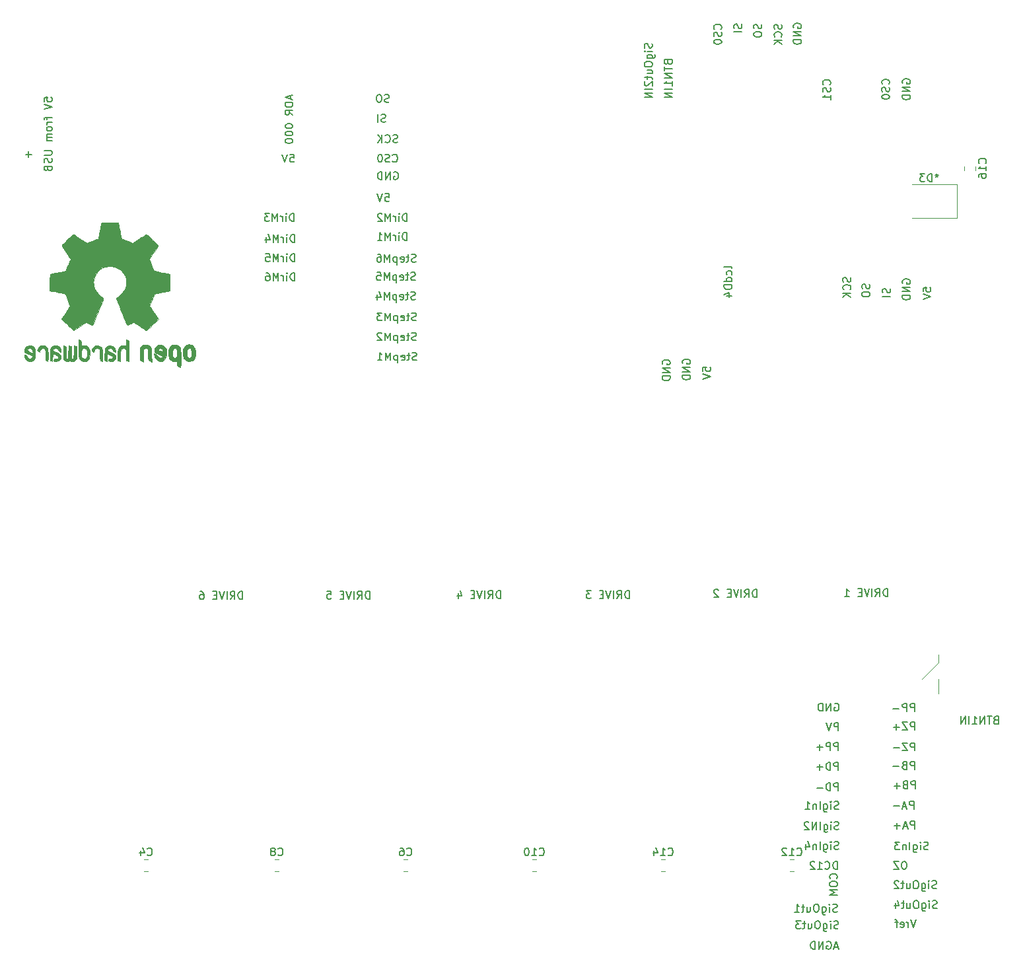
<source format=gbr>
%TF.GenerationSoftware,KiCad,Pcbnew,(5.1.7)-1*%
%TF.CreationDate,2021-01-16T21:20:15+04:00*%
%TF.ProjectId,6dof_controller,36646f66-5f63-46f6-9e74-726f6c6c6572,ver 1.0*%
%TF.SameCoordinates,Original*%
%TF.FileFunction,Legend,Bot*%
%TF.FilePolarity,Positive*%
%FSLAX46Y46*%
G04 Gerber Fmt 4.6, Leading zero omitted, Abs format (unit mm)*
G04 Created by KiCad (PCBNEW (5.1.7)-1) date 2021-01-16 21:20:15*
%MOMM*%
%LPD*%
G01*
G04 APERTURE LIST*
%ADD10C,0.150000*%
%ADD11C,0.120000*%
%ADD12C,0.010000*%
G04 APERTURE END LIST*
D10*
X199032761Y-21923809D02*
X199080380Y-22066666D01*
X199080380Y-22304761D01*
X199032761Y-22400000D01*
X198985142Y-22447619D01*
X198889904Y-22495238D01*
X198794666Y-22495238D01*
X198699428Y-22447619D01*
X198651809Y-22400000D01*
X198604190Y-22304761D01*
X198556571Y-22114285D01*
X198508952Y-22019047D01*
X198461333Y-21971428D01*
X198366095Y-21923809D01*
X198270857Y-21923809D01*
X198175619Y-21971428D01*
X198128000Y-22019047D01*
X198080380Y-22114285D01*
X198080380Y-22352380D01*
X198128000Y-22495238D01*
X199080380Y-22923809D02*
X198413714Y-22923809D01*
X198080380Y-22923809D02*
X198128000Y-22876190D01*
X198175619Y-22923809D01*
X198128000Y-22971428D01*
X198080380Y-22923809D01*
X198175619Y-22923809D01*
X198413714Y-23828571D02*
X199223238Y-23828571D01*
X199318476Y-23780952D01*
X199366095Y-23733333D01*
X199413714Y-23638095D01*
X199413714Y-23495238D01*
X199366095Y-23400000D01*
X199032761Y-23828571D02*
X199080380Y-23733333D01*
X199080380Y-23542857D01*
X199032761Y-23447619D01*
X198985142Y-23400000D01*
X198889904Y-23352380D01*
X198604190Y-23352380D01*
X198508952Y-23400000D01*
X198461333Y-23447619D01*
X198413714Y-23542857D01*
X198413714Y-23733333D01*
X198461333Y-23828571D01*
X198080380Y-24495238D02*
X198080380Y-24685714D01*
X198128000Y-24780952D01*
X198223238Y-24876190D01*
X198413714Y-24923809D01*
X198747047Y-24923809D01*
X198937523Y-24876190D01*
X199032761Y-24780952D01*
X199080380Y-24685714D01*
X199080380Y-24495238D01*
X199032761Y-24400000D01*
X198937523Y-24304761D01*
X198747047Y-24257142D01*
X198413714Y-24257142D01*
X198223238Y-24304761D01*
X198128000Y-24400000D01*
X198080380Y-24495238D01*
X198413714Y-25780952D02*
X199080380Y-25780952D01*
X198413714Y-25352380D02*
X198937523Y-25352380D01*
X199032761Y-25400000D01*
X199080380Y-25495238D01*
X199080380Y-25638095D01*
X199032761Y-25733333D01*
X198985142Y-25780952D01*
X198413714Y-26114285D02*
X198413714Y-26495238D01*
X198080380Y-26257142D02*
X198937523Y-26257142D01*
X199032761Y-26304761D01*
X199080380Y-26400000D01*
X199080380Y-26495238D01*
X198175619Y-26780952D02*
X198128000Y-26828571D01*
X198080380Y-26923809D01*
X198080380Y-27161904D01*
X198128000Y-27257142D01*
X198175619Y-27304761D01*
X198270857Y-27352380D01*
X198366095Y-27352380D01*
X198508952Y-27304761D01*
X199080380Y-26733333D01*
X199080380Y-27352380D01*
X199080380Y-27780952D02*
X198080380Y-27780952D01*
X199080380Y-28257142D02*
X198080380Y-28257142D01*
X199080380Y-28828571D01*
X198080380Y-28828571D01*
X201096571Y-24344571D02*
X201144190Y-24487428D01*
X201191809Y-24535047D01*
X201287047Y-24582666D01*
X201429904Y-24582666D01*
X201525142Y-24535047D01*
X201572761Y-24487428D01*
X201620380Y-24392190D01*
X201620380Y-24011238D01*
X200620380Y-24011238D01*
X200620380Y-24344571D01*
X200668000Y-24439809D01*
X200715619Y-24487428D01*
X200810857Y-24535047D01*
X200906095Y-24535047D01*
X201001333Y-24487428D01*
X201048952Y-24439809D01*
X201096571Y-24344571D01*
X201096571Y-24011238D01*
X200620380Y-24868380D02*
X200620380Y-25439809D01*
X201620380Y-25154095D02*
X200620380Y-25154095D01*
X201620380Y-25773142D02*
X200620380Y-25773142D01*
X201620380Y-26344571D01*
X200620380Y-26344571D01*
X201620380Y-27344571D02*
X201620380Y-26773142D01*
X201620380Y-27058857D02*
X200620380Y-27058857D01*
X200763238Y-26963619D01*
X200858476Y-26868380D01*
X200906095Y-26773142D01*
X201620380Y-27773142D02*
X200620380Y-27773142D01*
X201620380Y-28249333D02*
X200620380Y-28249333D01*
X201620380Y-28820761D01*
X200620380Y-28820761D01*
X119506952Y-36139428D02*
X118745047Y-36139428D01*
X119126000Y-36520380D02*
X119126000Y-35758476D01*
X121118380Y-29361333D02*
X121118380Y-28885142D01*
X121594571Y-28837523D01*
X121546952Y-28885142D01*
X121499333Y-28980380D01*
X121499333Y-29218476D01*
X121546952Y-29313714D01*
X121594571Y-29361333D01*
X121689809Y-29408952D01*
X121927904Y-29408952D01*
X122023142Y-29361333D01*
X122070761Y-29313714D01*
X122118380Y-29218476D01*
X122118380Y-28980380D01*
X122070761Y-28885142D01*
X122023142Y-28837523D01*
X121118380Y-29694666D02*
X122118380Y-30028000D01*
X121118380Y-30361333D01*
X121451714Y-31313714D02*
X121451714Y-31694666D01*
X122118380Y-31456571D02*
X121261238Y-31456571D01*
X121166000Y-31504190D01*
X121118380Y-31599428D01*
X121118380Y-31694666D01*
X122118380Y-32028000D02*
X121451714Y-32028000D01*
X121642190Y-32028000D02*
X121546952Y-32075619D01*
X121499333Y-32123238D01*
X121451714Y-32218476D01*
X121451714Y-32313714D01*
X122118380Y-32789904D02*
X122070761Y-32694666D01*
X122023142Y-32647047D01*
X121927904Y-32599428D01*
X121642190Y-32599428D01*
X121546952Y-32647047D01*
X121499333Y-32694666D01*
X121451714Y-32789904D01*
X121451714Y-32932761D01*
X121499333Y-33028000D01*
X121546952Y-33075619D01*
X121642190Y-33123238D01*
X121927904Y-33123238D01*
X122023142Y-33075619D01*
X122070761Y-33028000D01*
X122118380Y-32932761D01*
X122118380Y-32789904D01*
X122118380Y-33551809D02*
X121451714Y-33551809D01*
X121546952Y-33551809D02*
X121499333Y-33599428D01*
X121451714Y-33694666D01*
X121451714Y-33837523D01*
X121499333Y-33932761D01*
X121594571Y-33980380D01*
X122118380Y-33980380D01*
X121594571Y-33980380D02*
X121499333Y-34028000D01*
X121451714Y-34123238D01*
X121451714Y-34266095D01*
X121499333Y-34361333D01*
X121594571Y-34408952D01*
X122118380Y-34408952D01*
X121118380Y-35647047D02*
X121927904Y-35647047D01*
X122023142Y-35694666D01*
X122070761Y-35742285D01*
X122118380Y-35837523D01*
X122118380Y-36028000D01*
X122070761Y-36123238D01*
X122023142Y-36170857D01*
X121927904Y-36218476D01*
X121118380Y-36218476D01*
X122070761Y-36647047D02*
X122118380Y-36789904D01*
X122118380Y-37028000D01*
X122070761Y-37123238D01*
X122023142Y-37170857D01*
X121927904Y-37218476D01*
X121832666Y-37218476D01*
X121737428Y-37170857D01*
X121689809Y-37123238D01*
X121642190Y-37028000D01*
X121594571Y-36837523D01*
X121546952Y-36742285D01*
X121499333Y-36694666D01*
X121404095Y-36647047D01*
X121308857Y-36647047D01*
X121213619Y-36694666D01*
X121166000Y-36742285D01*
X121118380Y-36837523D01*
X121118380Y-37075619D01*
X121166000Y-37218476D01*
X121594571Y-37980380D02*
X121642190Y-38123238D01*
X121689809Y-38170857D01*
X121785047Y-38218476D01*
X121927904Y-38218476D01*
X122023142Y-38170857D01*
X122070761Y-38123238D01*
X122118380Y-38028000D01*
X122118380Y-37647047D01*
X121118380Y-37647047D01*
X121118380Y-37980380D01*
X121166000Y-38075619D01*
X121213619Y-38123238D01*
X121308857Y-38170857D01*
X121404095Y-38170857D01*
X121499333Y-38123238D01*
X121546952Y-38075619D01*
X121594571Y-37980380D01*
X121594571Y-37647047D01*
X217228800Y-19913695D02*
X217181180Y-19818457D01*
X217181180Y-19675600D01*
X217228800Y-19532742D01*
X217324038Y-19437504D01*
X217419276Y-19389885D01*
X217609752Y-19342266D01*
X217752609Y-19342266D01*
X217943085Y-19389885D01*
X218038323Y-19437504D01*
X218133561Y-19532742D01*
X218181180Y-19675600D01*
X218181180Y-19770838D01*
X218133561Y-19913695D01*
X218085942Y-19961314D01*
X217752609Y-19961314D01*
X217752609Y-19770838D01*
X218181180Y-20389885D02*
X217181180Y-20389885D01*
X218181180Y-20961314D01*
X217181180Y-20961314D01*
X218181180Y-21437504D02*
X217181180Y-21437504D01*
X217181180Y-21675600D01*
X217228800Y-21818457D01*
X217324038Y-21913695D01*
X217419276Y-21961314D01*
X217609752Y-22008933D01*
X217752609Y-22008933D01*
X217943085Y-21961314D01*
X218038323Y-21913695D01*
X218133561Y-21818457D01*
X218181180Y-21675600D01*
X218181180Y-21437504D01*
X200414000Y-63042895D02*
X200366380Y-62947657D01*
X200366380Y-62804800D01*
X200414000Y-62661942D01*
X200509238Y-62566704D01*
X200604476Y-62519085D01*
X200794952Y-62471466D01*
X200937809Y-62471466D01*
X201128285Y-62519085D01*
X201223523Y-62566704D01*
X201318761Y-62661942D01*
X201366380Y-62804800D01*
X201366380Y-62900038D01*
X201318761Y-63042895D01*
X201271142Y-63090514D01*
X200937809Y-63090514D01*
X200937809Y-62900038D01*
X201366380Y-63519085D02*
X200366380Y-63519085D01*
X201366380Y-64090514D01*
X200366380Y-64090514D01*
X201366380Y-64566704D02*
X200366380Y-64566704D01*
X200366380Y-64804800D01*
X200414000Y-64947657D01*
X200509238Y-65042895D01*
X200604476Y-65090514D01*
X200794952Y-65138133D01*
X200937809Y-65138133D01*
X201128285Y-65090514D01*
X201223523Y-65042895D01*
X201318761Y-64947657D01*
X201366380Y-64804800D01*
X201366380Y-64566704D01*
X203004800Y-62941295D02*
X202957180Y-62846057D01*
X202957180Y-62703200D01*
X203004800Y-62560342D01*
X203100038Y-62465104D01*
X203195276Y-62417485D01*
X203385752Y-62369866D01*
X203528609Y-62369866D01*
X203719085Y-62417485D01*
X203814323Y-62465104D01*
X203909561Y-62560342D01*
X203957180Y-62703200D01*
X203957180Y-62798438D01*
X203909561Y-62941295D01*
X203861942Y-62988914D01*
X203528609Y-62988914D01*
X203528609Y-62798438D01*
X203957180Y-63417485D02*
X202957180Y-63417485D01*
X203957180Y-63988914D01*
X202957180Y-63988914D01*
X203957180Y-64465104D02*
X202957180Y-64465104D01*
X202957180Y-64703200D01*
X203004800Y-64846057D01*
X203100038Y-64941295D01*
X203195276Y-64988914D01*
X203385752Y-65036533D01*
X203528609Y-65036533D01*
X203719085Y-64988914D01*
X203814323Y-64941295D01*
X203909561Y-64846057D01*
X203957180Y-64703200D01*
X203957180Y-64465104D01*
X207875142Y-20083542D02*
X207922761Y-20035923D01*
X207970380Y-19893066D01*
X207970380Y-19797828D01*
X207922761Y-19654971D01*
X207827523Y-19559733D01*
X207732285Y-19512114D01*
X207541809Y-19464495D01*
X207398952Y-19464495D01*
X207208476Y-19512114D01*
X207113238Y-19559733D01*
X207018000Y-19654971D01*
X206970380Y-19797828D01*
X206970380Y-19893066D01*
X207018000Y-20035923D01*
X207065619Y-20083542D01*
X207922761Y-20464495D02*
X207970380Y-20607352D01*
X207970380Y-20845447D01*
X207922761Y-20940685D01*
X207875142Y-20988304D01*
X207779904Y-21035923D01*
X207684666Y-21035923D01*
X207589428Y-20988304D01*
X207541809Y-20940685D01*
X207494190Y-20845447D01*
X207446571Y-20654971D01*
X207398952Y-20559733D01*
X207351333Y-20512114D01*
X207256095Y-20464495D01*
X207160857Y-20464495D01*
X207065619Y-20512114D01*
X207018000Y-20559733D01*
X206970380Y-20654971D01*
X206970380Y-20893066D01*
X207018000Y-21035923D01*
X206970380Y-21654971D02*
X206970380Y-21750209D01*
X207018000Y-21845447D01*
X207065619Y-21893066D01*
X207160857Y-21940685D01*
X207351333Y-21988304D01*
X207589428Y-21988304D01*
X207779904Y-21940685D01*
X207875142Y-21893066D01*
X207922761Y-21845447D01*
X207970380Y-21750209D01*
X207970380Y-21654971D01*
X207922761Y-21559733D01*
X207875142Y-21512114D01*
X207779904Y-21464495D01*
X207589428Y-21416876D01*
X207351333Y-21416876D01*
X207160857Y-21464495D01*
X207065619Y-21512114D01*
X207018000Y-21559733D01*
X206970380Y-21654971D01*
X210513561Y-19440590D02*
X210561180Y-19583447D01*
X210561180Y-19821542D01*
X210513561Y-19916780D01*
X210465942Y-19964400D01*
X210370704Y-20012019D01*
X210275466Y-20012019D01*
X210180228Y-19964400D01*
X210132609Y-19916780D01*
X210084990Y-19821542D01*
X210037371Y-19631066D01*
X209989752Y-19535828D01*
X209942133Y-19488209D01*
X209846895Y-19440590D01*
X209751657Y-19440590D01*
X209656419Y-19488209D01*
X209608800Y-19535828D01*
X209561180Y-19631066D01*
X209561180Y-19869161D01*
X209608800Y-20012019D01*
X210561180Y-20440590D02*
X209561180Y-20440590D01*
X213053561Y-19459676D02*
X213101180Y-19602533D01*
X213101180Y-19840628D01*
X213053561Y-19935866D01*
X213005942Y-19983485D01*
X212910704Y-20031104D01*
X212815466Y-20031104D01*
X212720228Y-19983485D01*
X212672609Y-19935866D01*
X212624990Y-19840628D01*
X212577371Y-19650152D01*
X212529752Y-19554914D01*
X212482133Y-19507295D01*
X212386895Y-19459676D01*
X212291657Y-19459676D01*
X212196419Y-19507295D01*
X212148800Y-19554914D01*
X212101180Y-19650152D01*
X212101180Y-19888247D01*
X212148800Y-20031104D01*
X212101180Y-20650152D02*
X212101180Y-20840628D01*
X212148800Y-20935866D01*
X212244038Y-21031104D01*
X212434514Y-21078723D01*
X212767847Y-21078723D01*
X212958323Y-21031104D01*
X213053561Y-20935866D01*
X213101180Y-20840628D01*
X213101180Y-20650152D01*
X213053561Y-20554914D01*
X212958323Y-20459676D01*
X212767847Y-20412057D01*
X212434514Y-20412057D01*
X212244038Y-20459676D01*
X212148800Y-20554914D01*
X212101180Y-20650152D01*
X215644361Y-19491485D02*
X215691980Y-19634342D01*
X215691980Y-19872438D01*
X215644361Y-19967676D01*
X215596742Y-20015295D01*
X215501504Y-20062914D01*
X215406266Y-20062914D01*
X215311028Y-20015295D01*
X215263409Y-19967676D01*
X215215790Y-19872438D01*
X215168171Y-19681961D01*
X215120552Y-19586723D01*
X215072933Y-19539104D01*
X214977695Y-19491485D01*
X214882457Y-19491485D01*
X214787219Y-19539104D01*
X214739600Y-19586723D01*
X214691980Y-19681961D01*
X214691980Y-19920057D01*
X214739600Y-20062914D01*
X215596742Y-21062914D02*
X215644361Y-21015295D01*
X215691980Y-20872438D01*
X215691980Y-20777200D01*
X215644361Y-20634342D01*
X215549123Y-20539104D01*
X215453885Y-20491485D01*
X215263409Y-20443866D01*
X215120552Y-20443866D01*
X214930076Y-20491485D01*
X214834838Y-20539104D01*
X214739600Y-20634342D01*
X214691980Y-20777200D01*
X214691980Y-20872438D01*
X214739600Y-21015295D01*
X214787219Y-21062914D01*
X215691980Y-21491485D02*
X214691980Y-21491485D01*
X215691980Y-22062914D02*
X215120552Y-21634342D01*
X214691980Y-22062914D02*
X215263409Y-21491485D01*
X205547980Y-63919123D02*
X205547980Y-63442933D01*
X206024171Y-63395314D01*
X205976552Y-63442933D01*
X205928933Y-63538171D01*
X205928933Y-63776266D01*
X205976552Y-63871504D01*
X206024171Y-63919123D01*
X206119409Y-63966742D01*
X206357504Y-63966742D01*
X206452742Y-63919123D01*
X206500361Y-63871504D01*
X206547980Y-63776266D01*
X206547980Y-63538171D01*
X206500361Y-63442933D01*
X206452742Y-63395314D01*
X205547980Y-64252457D02*
X206547980Y-64585790D01*
X205547980Y-64919123D01*
X146552895Y-93162380D02*
X146552895Y-92162380D01*
X146314800Y-92162380D01*
X146171942Y-92210000D01*
X146076704Y-92305238D01*
X146029085Y-92400476D01*
X145981466Y-92590952D01*
X145981466Y-92733809D01*
X146029085Y-92924285D01*
X146076704Y-93019523D01*
X146171942Y-93114761D01*
X146314800Y-93162380D01*
X146552895Y-93162380D01*
X144981466Y-93162380D02*
X145314800Y-92686190D01*
X145552895Y-93162380D02*
X145552895Y-92162380D01*
X145171942Y-92162380D01*
X145076704Y-92210000D01*
X145029085Y-92257619D01*
X144981466Y-92352857D01*
X144981466Y-92495714D01*
X145029085Y-92590952D01*
X145076704Y-92638571D01*
X145171942Y-92686190D01*
X145552895Y-92686190D01*
X144552895Y-93162380D02*
X144552895Y-92162380D01*
X144219561Y-92162380D02*
X143886228Y-93162380D01*
X143552895Y-92162380D01*
X143219561Y-92638571D02*
X142886228Y-92638571D01*
X142743371Y-93162380D02*
X143219561Y-93162380D01*
X143219561Y-92162380D01*
X142743371Y-92162380D01*
X141124323Y-92162380D02*
X141314800Y-92162380D01*
X141410038Y-92210000D01*
X141457657Y-92257619D01*
X141552895Y-92400476D01*
X141600514Y-92590952D01*
X141600514Y-92971904D01*
X141552895Y-93067142D01*
X141505276Y-93114761D01*
X141410038Y-93162380D01*
X141219561Y-93162380D01*
X141124323Y-93114761D01*
X141076704Y-93067142D01*
X141029085Y-92971904D01*
X141029085Y-92733809D01*
X141076704Y-92638571D01*
X141124323Y-92590952D01*
X141219561Y-92543333D01*
X141410038Y-92543333D01*
X141505276Y-92590952D01*
X141552895Y-92638571D01*
X141600514Y-92733809D01*
X162859695Y-93111580D02*
X162859695Y-92111580D01*
X162621600Y-92111580D01*
X162478742Y-92159200D01*
X162383504Y-92254438D01*
X162335885Y-92349676D01*
X162288266Y-92540152D01*
X162288266Y-92683009D01*
X162335885Y-92873485D01*
X162383504Y-92968723D01*
X162478742Y-93063961D01*
X162621600Y-93111580D01*
X162859695Y-93111580D01*
X161288266Y-93111580D02*
X161621600Y-92635390D01*
X161859695Y-93111580D02*
X161859695Y-92111580D01*
X161478742Y-92111580D01*
X161383504Y-92159200D01*
X161335885Y-92206819D01*
X161288266Y-92302057D01*
X161288266Y-92444914D01*
X161335885Y-92540152D01*
X161383504Y-92587771D01*
X161478742Y-92635390D01*
X161859695Y-92635390D01*
X160859695Y-93111580D02*
X160859695Y-92111580D01*
X160526361Y-92111580D02*
X160193028Y-93111580D01*
X159859695Y-92111580D01*
X159526361Y-92587771D02*
X159193028Y-92587771D01*
X159050171Y-93111580D02*
X159526361Y-93111580D01*
X159526361Y-92111580D01*
X159050171Y-92111580D01*
X157383504Y-92111580D02*
X157859695Y-92111580D01*
X157907314Y-92587771D01*
X157859695Y-92540152D01*
X157764457Y-92492533D01*
X157526361Y-92492533D01*
X157431123Y-92540152D01*
X157383504Y-92587771D01*
X157335885Y-92683009D01*
X157335885Y-92921104D01*
X157383504Y-93016342D01*
X157431123Y-93063961D01*
X157526361Y-93111580D01*
X157764457Y-93111580D01*
X157859695Y-93063961D01*
X157907314Y-93016342D01*
X179623695Y-93060780D02*
X179623695Y-92060780D01*
X179385600Y-92060780D01*
X179242742Y-92108400D01*
X179147504Y-92203638D01*
X179099885Y-92298876D01*
X179052266Y-92489352D01*
X179052266Y-92632209D01*
X179099885Y-92822685D01*
X179147504Y-92917923D01*
X179242742Y-93013161D01*
X179385600Y-93060780D01*
X179623695Y-93060780D01*
X178052266Y-93060780D02*
X178385600Y-92584590D01*
X178623695Y-93060780D02*
X178623695Y-92060780D01*
X178242742Y-92060780D01*
X178147504Y-92108400D01*
X178099885Y-92156019D01*
X178052266Y-92251257D01*
X178052266Y-92394114D01*
X178099885Y-92489352D01*
X178147504Y-92536971D01*
X178242742Y-92584590D01*
X178623695Y-92584590D01*
X177623695Y-93060780D02*
X177623695Y-92060780D01*
X177290361Y-92060780D02*
X176957028Y-93060780D01*
X176623695Y-92060780D01*
X176290361Y-92536971D02*
X175957028Y-92536971D01*
X175814171Y-93060780D02*
X176290361Y-93060780D01*
X176290361Y-92060780D01*
X175814171Y-92060780D01*
X174195123Y-92394114D02*
X174195123Y-93060780D01*
X174433219Y-92013161D02*
X174671314Y-92727447D01*
X174052266Y-92727447D01*
X196133695Y-93060780D02*
X196133695Y-92060780D01*
X195895600Y-92060780D01*
X195752742Y-92108400D01*
X195657504Y-92203638D01*
X195609885Y-92298876D01*
X195562266Y-92489352D01*
X195562266Y-92632209D01*
X195609885Y-92822685D01*
X195657504Y-92917923D01*
X195752742Y-93013161D01*
X195895600Y-93060780D01*
X196133695Y-93060780D01*
X194562266Y-93060780D02*
X194895600Y-92584590D01*
X195133695Y-93060780D02*
X195133695Y-92060780D01*
X194752742Y-92060780D01*
X194657504Y-92108400D01*
X194609885Y-92156019D01*
X194562266Y-92251257D01*
X194562266Y-92394114D01*
X194609885Y-92489352D01*
X194657504Y-92536971D01*
X194752742Y-92584590D01*
X195133695Y-92584590D01*
X194133695Y-93060780D02*
X194133695Y-92060780D01*
X193800361Y-92060780D02*
X193467028Y-93060780D01*
X193133695Y-92060780D01*
X192800361Y-92536971D02*
X192467028Y-92536971D01*
X192324171Y-93060780D02*
X192800361Y-93060780D01*
X192800361Y-92060780D01*
X192324171Y-92060780D01*
X191228933Y-92060780D02*
X190609885Y-92060780D01*
X190943219Y-92441733D01*
X190800361Y-92441733D01*
X190705123Y-92489352D01*
X190657504Y-92536971D01*
X190609885Y-92632209D01*
X190609885Y-92870304D01*
X190657504Y-92965542D01*
X190705123Y-93013161D01*
X190800361Y-93060780D01*
X191086076Y-93060780D01*
X191181314Y-93013161D01*
X191228933Y-92965542D01*
X212491295Y-92908380D02*
X212491295Y-91908380D01*
X212253200Y-91908380D01*
X212110342Y-91956000D01*
X212015104Y-92051238D01*
X211967485Y-92146476D01*
X211919866Y-92336952D01*
X211919866Y-92479809D01*
X211967485Y-92670285D01*
X212015104Y-92765523D01*
X212110342Y-92860761D01*
X212253200Y-92908380D01*
X212491295Y-92908380D01*
X210919866Y-92908380D02*
X211253200Y-92432190D01*
X211491295Y-92908380D02*
X211491295Y-91908380D01*
X211110342Y-91908380D01*
X211015104Y-91956000D01*
X210967485Y-92003619D01*
X210919866Y-92098857D01*
X210919866Y-92241714D01*
X210967485Y-92336952D01*
X211015104Y-92384571D01*
X211110342Y-92432190D01*
X211491295Y-92432190D01*
X210491295Y-92908380D02*
X210491295Y-91908380D01*
X210157961Y-91908380D02*
X209824628Y-92908380D01*
X209491295Y-91908380D01*
X209157961Y-92384571D02*
X208824628Y-92384571D01*
X208681771Y-92908380D02*
X209157961Y-92908380D01*
X209157961Y-91908380D01*
X208681771Y-91908380D01*
X207538914Y-92003619D02*
X207491295Y-91956000D01*
X207396057Y-91908380D01*
X207157961Y-91908380D01*
X207062723Y-91956000D01*
X207015104Y-92003619D01*
X206967485Y-92098857D01*
X206967485Y-92194095D01*
X207015104Y-92336952D01*
X207586533Y-92908380D01*
X206967485Y-92908380D01*
X229255295Y-92806780D02*
X229255295Y-91806780D01*
X229017200Y-91806780D01*
X228874342Y-91854400D01*
X228779104Y-91949638D01*
X228731485Y-92044876D01*
X228683866Y-92235352D01*
X228683866Y-92378209D01*
X228731485Y-92568685D01*
X228779104Y-92663923D01*
X228874342Y-92759161D01*
X229017200Y-92806780D01*
X229255295Y-92806780D01*
X227683866Y-92806780D02*
X228017200Y-92330590D01*
X228255295Y-92806780D02*
X228255295Y-91806780D01*
X227874342Y-91806780D01*
X227779104Y-91854400D01*
X227731485Y-91902019D01*
X227683866Y-91997257D01*
X227683866Y-92140114D01*
X227731485Y-92235352D01*
X227779104Y-92282971D01*
X227874342Y-92330590D01*
X228255295Y-92330590D01*
X227255295Y-92806780D02*
X227255295Y-91806780D01*
X226921961Y-91806780D02*
X226588628Y-92806780D01*
X226255295Y-91806780D01*
X225921961Y-92282971D02*
X225588628Y-92282971D01*
X225445771Y-92806780D02*
X225921961Y-92806780D01*
X225921961Y-91806780D01*
X225445771Y-91806780D01*
X223731485Y-92806780D02*
X224302914Y-92806780D01*
X224017200Y-92806780D02*
X224017200Y-91806780D01*
X224112438Y-91949638D01*
X224207676Y-92044876D01*
X224302914Y-92092495D01*
X152719066Y-28600780D02*
X152719066Y-29076971D01*
X153004780Y-28505542D02*
X152004780Y-28838876D01*
X153004780Y-29172209D01*
X153004780Y-29505542D02*
X152004780Y-29505542D01*
X152004780Y-29743638D01*
X152052400Y-29886495D01*
X152147638Y-29981733D01*
X152242876Y-30029352D01*
X152433352Y-30076971D01*
X152576209Y-30076971D01*
X152766685Y-30029352D01*
X152861923Y-29981733D01*
X152957161Y-29886495D01*
X153004780Y-29743638D01*
X153004780Y-29505542D01*
X153004780Y-31076971D02*
X152528590Y-30743638D01*
X153004780Y-30505542D02*
X152004780Y-30505542D01*
X152004780Y-30886495D01*
X152052400Y-30981733D01*
X152100019Y-31029352D01*
X152195257Y-31076971D01*
X152338114Y-31076971D01*
X152433352Y-31029352D01*
X152480971Y-30981733D01*
X152528590Y-30886495D01*
X152528590Y-30505542D01*
X152004780Y-32457923D02*
X152004780Y-32553161D01*
X152052400Y-32648400D01*
X152100019Y-32696019D01*
X152195257Y-32743638D01*
X152385733Y-32791257D01*
X152623828Y-32791257D01*
X152814304Y-32743638D01*
X152909542Y-32696019D01*
X152957161Y-32648400D01*
X153004780Y-32553161D01*
X153004780Y-32457923D01*
X152957161Y-32362685D01*
X152909542Y-32315066D01*
X152814304Y-32267447D01*
X152623828Y-32219828D01*
X152385733Y-32219828D01*
X152195257Y-32267447D01*
X152100019Y-32315066D01*
X152052400Y-32362685D01*
X152004780Y-32457923D01*
X152004780Y-33410304D02*
X152004780Y-33505542D01*
X152052400Y-33600780D01*
X152100019Y-33648400D01*
X152195257Y-33696019D01*
X152385733Y-33743638D01*
X152623828Y-33743638D01*
X152814304Y-33696019D01*
X152909542Y-33648400D01*
X152957161Y-33600780D01*
X153004780Y-33505542D01*
X153004780Y-33410304D01*
X152957161Y-33315066D01*
X152909542Y-33267447D01*
X152814304Y-33219828D01*
X152623828Y-33172209D01*
X152385733Y-33172209D01*
X152195257Y-33219828D01*
X152100019Y-33267447D01*
X152052400Y-33315066D01*
X152004780Y-33410304D01*
X152004780Y-34362685D02*
X152004780Y-34457923D01*
X152052400Y-34553161D01*
X152100019Y-34600780D01*
X152195257Y-34648400D01*
X152385733Y-34696019D01*
X152623828Y-34696019D01*
X152814304Y-34648400D01*
X152909542Y-34600780D01*
X152957161Y-34553161D01*
X153004780Y-34457923D01*
X153004780Y-34362685D01*
X152957161Y-34267447D01*
X152909542Y-34219828D01*
X152814304Y-34172209D01*
X152623828Y-34124590D01*
X152385733Y-34124590D01*
X152195257Y-34172209D01*
X152100019Y-34219828D01*
X152052400Y-34267447D01*
X152004780Y-34362685D01*
X165963504Y-38412800D02*
X166058742Y-38365180D01*
X166201600Y-38365180D01*
X166344457Y-38412800D01*
X166439695Y-38508038D01*
X166487314Y-38603276D01*
X166534933Y-38793752D01*
X166534933Y-38936609D01*
X166487314Y-39127085D01*
X166439695Y-39222323D01*
X166344457Y-39317561D01*
X166201600Y-39365180D01*
X166106361Y-39365180D01*
X165963504Y-39317561D01*
X165915885Y-39269942D01*
X165915885Y-38936609D01*
X166106361Y-38936609D01*
X165487314Y-39365180D02*
X165487314Y-38365180D01*
X164915885Y-39365180D01*
X164915885Y-38365180D01*
X164439695Y-39365180D02*
X164439695Y-38365180D01*
X164201600Y-38365180D01*
X164058742Y-38412800D01*
X163963504Y-38508038D01*
X163915885Y-38603276D01*
X163868266Y-38793752D01*
X163868266Y-38936609D01*
X163915885Y-39127085D01*
X163963504Y-39222323D01*
X164058742Y-39317561D01*
X164201600Y-39365180D01*
X164439695Y-39365180D01*
X243117428Y-108640571D02*
X242974571Y-108688190D01*
X242926952Y-108735809D01*
X242879333Y-108831047D01*
X242879333Y-108973904D01*
X242926952Y-109069142D01*
X242974571Y-109116761D01*
X243069809Y-109164380D01*
X243450761Y-109164380D01*
X243450761Y-108164380D01*
X243117428Y-108164380D01*
X243022190Y-108212000D01*
X242974571Y-108259619D01*
X242926952Y-108354857D01*
X242926952Y-108450095D01*
X242974571Y-108545333D01*
X243022190Y-108592952D01*
X243117428Y-108640571D01*
X243450761Y-108640571D01*
X242593619Y-108164380D02*
X242022190Y-108164380D01*
X242307904Y-109164380D02*
X242307904Y-108164380D01*
X241688857Y-109164380D02*
X241688857Y-108164380D01*
X241117428Y-109164380D01*
X241117428Y-108164380D01*
X240117428Y-109164380D02*
X240688857Y-109164380D01*
X240403142Y-109164380D02*
X240403142Y-108164380D01*
X240498380Y-108307238D01*
X240593619Y-108402476D01*
X240688857Y-108450095D01*
X239688857Y-109164380D02*
X239688857Y-108164380D01*
X239212666Y-109164380D02*
X239212666Y-108164380D01*
X238641238Y-109164380D01*
X238641238Y-108164380D01*
X153241142Y-52319180D02*
X153241142Y-51319180D01*
X153003047Y-51319180D01*
X152860190Y-51366800D01*
X152764952Y-51462038D01*
X152717333Y-51557276D01*
X152669714Y-51747752D01*
X152669714Y-51890609D01*
X152717333Y-52081085D01*
X152764952Y-52176323D01*
X152860190Y-52271561D01*
X153003047Y-52319180D01*
X153241142Y-52319180D01*
X152241142Y-52319180D02*
X152241142Y-51652514D01*
X152241142Y-51319180D02*
X152288761Y-51366800D01*
X152241142Y-51414419D01*
X152193523Y-51366800D01*
X152241142Y-51319180D01*
X152241142Y-51414419D01*
X151764952Y-52319180D02*
X151764952Y-51652514D01*
X151764952Y-51842990D02*
X151717333Y-51747752D01*
X151669714Y-51700133D01*
X151574476Y-51652514D01*
X151479238Y-51652514D01*
X151145904Y-52319180D02*
X151145904Y-51319180D01*
X150812571Y-52033466D01*
X150479238Y-51319180D01*
X150479238Y-52319180D01*
X149574476Y-51319180D02*
X149764952Y-51319180D01*
X149860190Y-51366800D01*
X149907809Y-51414419D01*
X150003047Y-51557276D01*
X150050666Y-51747752D01*
X150050666Y-52128704D01*
X150003047Y-52223942D01*
X149955428Y-52271561D01*
X149860190Y-52319180D01*
X149669714Y-52319180D01*
X149574476Y-52271561D01*
X149526857Y-52223942D01*
X149479238Y-52128704D01*
X149479238Y-51890609D01*
X149526857Y-51795371D01*
X149574476Y-51747752D01*
X149669714Y-51700133D01*
X149860190Y-51700133D01*
X149955428Y-51747752D01*
X150003047Y-51795371D01*
X150050666Y-51890609D01*
X153241142Y-49880780D02*
X153241142Y-48880780D01*
X153003047Y-48880780D01*
X152860190Y-48928400D01*
X152764952Y-49023638D01*
X152717333Y-49118876D01*
X152669714Y-49309352D01*
X152669714Y-49452209D01*
X152717333Y-49642685D01*
X152764952Y-49737923D01*
X152860190Y-49833161D01*
X153003047Y-49880780D01*
X153241142Y-49880780D01*
X152241142Y-49880780D02*
X152241142Y-49214114D01*
X152241142Y-48880780D02*
X152288761Y-48928400D01*
X152241142Y-48976019D01*
X152193523Y-48928400D01*
X152241142Y-48880780D01*
X152241142Y-48976019D01*
X151764952Y-49880780D02*
X151764952Y-49214114D01*
X151764952Y-49404590D02*
X151717333Y-49309352D01*
X151669714Y-49261733D01*
X151574476Y-49214114D01*
X151479238Y-49214114D01*
X151145904Y-49880780D02*
X151145904Y-48880780D01*
X150812571Y-49595066D01*
X150479238Y-48880780D01*
X150479238Y-49880780D01*
X149526857Y-48880780D02*
X150003047Y-48880780D01*
X150050666Y-49356971D01*
X150003047Y-49309352D01*
X149907809Y-49261733D01*
X149669714Y-49261733D01*
X149574476Y-49309352D01*
X149526857Y-49356971D01*
X149479238Y-49452209D01*
X149479238Y-49690304D01*
X149526857Y-49785542D01*
X149574476Y-49833161D01*
X149669714Y-49880780D01*
X149907809Y-49880780D01*
X150003047Y-49833161D01*
X150050666Y-49785542D01*
X153241142Y-47391580D02*
X153241142Y-46391580D01*
X153003047Y-46391580D01*
X152860190Y-46439200D01*
X152764952Y-46534438D01*
X152717333Y-46629676D01*
X152669714Y-46820152D01*
X152669714Y-46963009D01*
X152717333Y-47153485D01*
X152764952Y-47248723D01*
X152860190Y-47343961D01*
X153003047Y-47391580D01*
X153241142Y-47391580D01*
X152241142Y-47391580D02*
X152241142Y-46724914D01*
X152241142Y-46391580D02*
X152288761Y-46439200D01*
X152241142Y-46486819D01*
X152193523Y-46439200D01*
X152241142Y-46391580D01*
X152241142Y-46486819D01*
X151764952Y-47391580D02*
X151764952Y-46724914D01*
X151764952Y-46915390D02*
X151717333Y-46820152D01*
X151669714Y-46772533D01*
X151574476Y-46724914D01*
X151479238Y-46724914D01*
X151145904Y-47391580D02*
X151145904Y-46391580D01*
X150812571Y-47105866D01*
X150479238Y-46391580D01*
X150479238Y-47391580D01*
X149574476Y-46724914D02*
X149574476Y-47391580D01*
X149812571Y-46343961D02*
X150050666Y-47058247D01*
X149431619Y-47058247D01*
X153139542Y-44699180D02*
X153139542Y-43699180D01*
X152901447Y-43699180D01*
X152758590Y-43746800D01*
X152663352Y-43842038D01*
X152615733Y-43937276D01*
X152568114Y-44127752D01*
X152568114Y-44270609D01*
X152615733Y-44461085D01*
X152663352Y-44556323D01*
X152758590Y-44651561D01*
X152901447Y-44699180D01*
X153139542Y-44699180D01*
X152139542Y-44699180D02*
X152139542Y-44032514D01*
X152139542Y-43699180D02*
X152187161Y-43746800D01*
X152139542Y-43794419D01*
X152091923Y-43746800D01*
X152139542Y-43699180D01*
X152139542Y-43794419D01*
X151663352Y-44699180D02*
X151663352Y-44032514D01*
X151663352Y-44222990D02*
X151615733Y-44127752D01*
X151568114Y-44080133D01*
X151472876Y-44032514D01*
X151377638Y-44032514D01*
X151044304Y-44699180D02*
X151044304Y-43699180D01*
X150710971Y-44413466D01*
X150377638Y-43699180D01*
X150377638Y-44699180D01*
X149996685Y-43699180D02*
X149377638Y-43699180D01*
X149710971Y-44080133D01*
X149568114Y-44080133D01*
X149472876Y-44127752D01*
X149425257Y-44175371D01*
X149377638Y-44270609D01*
X149377638Y-44508704D01*
X149425257Y-44603942D01*
X149472876Y-44651561D01*
X149568114Y-44699180D01*
X149853828Y-44699180D01*
X149949066Y-44651561D01*
X149996685Y-44603942D01*
X152641276Y-36129980D02*
X153117466Y-36129980D01*
X153165085Y-36606171D01*
X153117466Y-36558552D01*
X153022228Y-36510933D01*
X152784133Y-36510933D01*
X152688895Y-36558552D01*
X152641276Y-36606171D01*
X152593657Y-36701409D01*
X152593657Y-36939504D01*
X152641276Y-37034742D01*
X152688895Y-37082361D01*
X152784133Y-37129980D01*
X153022228Y-37129980D01*
X153117466Y-37082361D01*
X153165085Y-37034742D01*
X152307942Y-36129980D02*
X151974609Y-37129980D01*
X151641276Y-36129980D01*
X168870000Y-62482361D02*
X168727142Y-62529980D01*
X168489047Y-62529980D01*
X168393809Y-62482361D01*
X168346190Y-62434742D01*
X168298571Y-62339504D01*
X168298571Y-62244266D01*
X168346190Y-62149028D01*
X168393809Y-62101409D01*
X168489047Y-62053790D01*
X168679523Y-62006171D01*
X168774761Y-61958552D01*
X168822380Y-61910933D01*
X168870000Y-61815695D01*
X168870000Y-61720457D01*
X168822380Y-61625219D01*
X168774761Y-61577600D01*
X168679523Y-61529980D01*
X168441428Y-61529980D01*
X168298571Y-61577600D01*
X168012857Y-61863314D02*
X167631904Y-61863314D01*
X167870000Y-61529980D02*
X167870000Y-62387123D01*
X167822380Y-62482361D01*
X167727142Y-62529980D01*
X167631904Y-62529980D01*
X166917619Y-62482361D02*
X167012857Y-62529980D01*
X167203333Y-62529980D01*
X167298571Y-62482361D01*
X167346190Y-62387123D01*
X167346190Y-62006171D01*
X167298571Y-61910933D01*
X167203333Y-61863314D01*
X167012857Y-61863314D01*
X166917619Y-61910933D01*
X166870000Y-62006171D01*
X166870000Y-62101409D01*
X167346190Y-62196647D01*
X166441428Y-61863314D02*
X166441428Y-62863314D01*
X166441428Y-61910933D02*
X166346190Y-61863314D01*
X166155714Y-61863314D01*
X166060476Y-61910933D01*
X166012857Y-61958552D01*
X165965238Y-62053790D01*
X165965238Y-62339504D01*
X166012857Y-62434742D01*
X166060476Y-62482361D01*
X166155714Y-62529980D01*
X166346190Y-62529980D01*
X166441428Y-62482361D01*
X165536666Y-62529980D02*
X165536666Y-61529980D01*
X165203333Y-62244266D01*
X164870000Y-61529980D01*
X164870000Y-62529980D01*
X163870000Y-62529980D02*
X164441428Y-62529980D01*
X164155714Y-62529980D02*
X164155714Y-61529980D01*
X164250952Y-61672838D01*
X164346190Y-61768076D01*
X164441428Y-61815695D01*
X168819200Y-59942361D02*
X168676342Y-59989980D01*
X168438247Y-59989980D01*
X168343009Y-59942361D01*
X168295390Y-59894742D01*
X168247771Y-59799504D01*
X168247771Y-59704266D01*
X168295390Y-59609028D01*
X168343009Y-59561409D01*
X168438247Y-59513790D01*
X168628723Y-59466171D01*
X168723961Y-59418552D01*
X168771580Y-59370933D01*
X168819200Y-59275695D01*
X168819200Y-59180457D01*
X168771580Y-59085219D01*
X168723961Y-59037600D01*
X168628723Y-58989980D01*
X168390628Y-58989980D01*
X168247771Y-59037600D01*
X167962057Y-59323314D02*
X167581104Y-59323314D01*
X167819200Y-58989980D02*
X167819200Y-59847123D01*
X167771580Y-59942361D01*
X167676342Y-59989980D01*
X167581104Y-59989980D01*
X166866819Y-59942361D02*
X166962057Y-59989980D01*
X167152533Y-59989980D01*
X167247771Y-59942361D01*
X167295390Y-59847123D01*
X167295390Y-59466171D01*
X167247771Y-59370933D01*
X167152533Y-59323314D01*
X166962057Y-59323314D01*
X166866819Y-59370933D01*
X166819200Y-59466171D01*
X166819200Y-59561409D01*
X167295390Y-59656647D01*
X166390628Y-59323314D02*
X166390628Y-60323314D01*
X166390628Y-59370933D02*
X166295390Y-59323314D01*
X166104914Y-59323314D01*
X166009676Y-59370933D01*
X165962057Y-59418552D01*
X165914438Y-59513790D01*
X165914438Y-59799504D01*
X165962057Y-59894742D01*
X166009676Y-59942361D01*
X166104914Y-59989980D01*
X166295390Y-59989980D01*
X166390628Y-59942361D01*
X165485866Y-59989980D02*
X165485866Y-58989980D01*
X165152533Y-59704266D01*
X164819200Y-58989980D01*
X164819200Y-59989980D01*
X164390628Y-59085219D02*
X164343009Y-59037600D01*
X164247771Y-58989980D01*
X164009676Y-58989980D01*
X163914438Y-59037600D01*
X163866819Y-59085219D01*
X163819200Y-59180457D01*
X163819200Y-59275695D01*
X163866819Y-59418552D01*
X164438247Y-59989980D01*
X163819200Y-59989980D01*
X168819200Y-57402361D02*
X168676342Y-57449980D01*
X168438247Y-57449980D01*
X168343009Y-57402361D01*
X168295390Y-57354742D01*
X168247771Y-57259504D01*
X168247771Y-57164266D01*
X168295390Y-57069028D01*
X168343009Y-57021409D01*
X168438247Y-56973790D01*
X168628723Y-56926171D01*
X168723961Y-56878552D01*
X168771580Y-56830933D01*
X168819200Y-56735695D01*
X168819200Y-56640457D01*
X168771580Y-56545219D01*
X168723961Y-56497600D01*
X168628723Y-56449980D01*
X168390628Y-56449980D01*
X168247771Y-56497600D01*
X167962057Y-56783314D02*
X167581104Y-56783314D01*
X167819200Y-56449980D02*
X167819200Y-57307123D01*
X167771580Y-57402361D01*
X167676342Y-57449980D01*
X167581104Y-57449980D01*
X166866819Y-57402361D02*
X166962057Y-57449980D01*
X167152533Y-57449980D01*
X167247771Y-57402361D01*
X167295390Y-57307123D01*
X167295390Y-56926171D01*
X167247771Y-56830933D01*
X167152533Y-56783314D01*
X166962057Y-56783314D01*
X166866819Y-56830933D01*
X166819200Y-56926171D01*
X166819200Y-57021409D01*
X167295390Y-57116647D01*
X166390628Y-56783314D02*
X166390628Y-57783314D01*
X166390628Y-56830933D02*
X166295390Y-56783314D01*
X166104914Y-56783314D01*
X166009676Y-56830933D01*
X165962057Y-56878552D01*
X165914438Y-56973790D01*
X165914438Y-57259504D01*
X165962057Y-57354742D01*
X166009676Y-57402361D01*
X166104914Y-57449980D01*
X166295390Y-57449980D01*
X166390628Y-57402361D01*
X165485866Y-57449980D02*
X165485866Y-56449980D01*
X165152533Y-57164266D01*
X164819200Y-56449980D01*
X164819200Y-57449980D01*
X164438247Y-56449980D02*
X163819200Y-56449980D01*
X164152533Y-56830933D01*
X164009676Y-56830933D01*
X163914438Y-56878552D01*
X163866819Y-56926171D01*
X163819200Y-57021409D01*
X163819200Y-57259504D01*
X163866819Y-57354742D01*
X163914438Y-57402361D01*
X164009676Y-57449980D01*
X164295390Y-57449980D01*
X164390628Y-57402361D01*
X164438247Y-57354742D01*
X168717600Y-54709961D02*
X168574742Y-54757580D01*
X168336647Y-54757580D01*
X168241409Y-54709961D01*
X168193790Y-54662342D01*
X168146171Y-54567104D01*
X168146171Y-54471866D01*
X168193790Y-54376628D01*
X168241409Y-54329009D01*
X168336647Y-54281390D01*
X168527123Y-54233771D01*
X168622361Y-54186152D01*
X168669980Y-54138533D01*
X168717600Y-54043295D01*
X168717600Y-53948057D01*
X168669980Y-53852819D01*
X168622361Y-53805200D01*
X168527123Y-53757580D01*
X168289028Y-53757580D01*
X168146171Y-53805200D01*
X167860457Y-54090914D02*
X167479504Y-54090914D01*
X167717600Y-53757580D02*
X167717600Y-54614723D01*
X167669980Y-54709961D01*
X167574742Y-54757580D01*
X167479504Y-54757580D01*
X166765219Y-54709961D02*
X166860457Y-54757580D01*
X167050933Y-54757580D01*
X167146171Y-54709961D01*
X167193790Y-54614723D01*
X167193790Y-54233771D01*
X167146171Y-54138533D01*
X167050933Y-54090914D01*
X166860457Y-54090914D01*
X166765219Y-54138533D01*
X166717600Y-54233771D01*
X166717600Y-54329009D01*
X167193790Y-54424247D01*
X166289028Y-54090914D02*
X166289028Y-55090914D01*
X166289028Y-54138533D02*
X166193790Y-54090914D01*
X166003314Y-54090914D01*
X165908076Y-54138533D01*
X165860457Y-54186152D01*
X165812838Y-54281390D01*
X165812838Y-54567104D01*
X165860457Y-54662342D01*
X165908076Y-54709961D01*
X166003314Y-54757580D01*
X166193790Y-54757580D01*
X166289028Y-54709961D01*
X165384266Y-54757580D02*
X165384266Y-53757580D01*
X165050933Y-54471866D01*
X164717600Y-53757580D01*
X164717600Y-54757580D01*
X163812838Y-54090914D02*
X163812838Y-54757580D01*
X164050933Y-53709961D02*
X164289028Y-54424247D01*
X163669980Y-54424247D01*
X168717600Y-52220761D02*
X168574742Y-52268380D01*
X168336647Y-52268380D01*
X168241409Y-52220761D01*
X168193790Y-52173142D01*
X168146171Y-52077904D01*
X168146171Y-51982666D01*
X168193790Y-51887428D01*
X168241409Y-51839809D01*
X168336647Y-51792190D01*
X168527123Y-51744571D01*
X168622361Y-51696952D01*
X168669980Y-51649333D01*
X168717600Y-51554095D01*
X168717600Y-51458857D01*
X168669980Y-51363619D01*
X168622361Y-51316000D01*
X168527123Y-51268380D01*
X168289028Y-51268380D01*
X168146171Y-51316000D01*
X167860457Y-51601714D02*
X167479504Y-51601714D01*
X167717600Y-51268380D02*
X167717600Y-52125523D01*
X167669980Y-52220761D01*
X167574742Y-52268380D01*
X167479504Y-52268380D01*
X166765219Y-52220761D02*
X166860457Y-52268380D01*
X167050933Y-52268380D01*
X167146171Y-52220761D01*
X167193790Y-52125523D01*
X167193790Y-51744571D01*
X167146171Y-51649333D01*
X167050933Y-51601714D01*
X166860457Y-51601714D01*
X166765219Y-51649333D01*
X166717600Y-51744571D01*
X166717600Y-51839809D01*
X167193790Y-51935047D01*
X166289028Y-51601714D02*
X166289028Y-52601714D01*
X166289028Y-51649333D02*
X166193790Y-51601714D01*
X166003314Y-51601714D01*
X165908076Y-51649333D01*
X165860457Y-51696952D01*
X165812838Y-51792190D01*
X165812838Y-52077904D01*
X165860457Y-52173142D01*
X165908076Y-52220761D01*
X166003314Y-52268380D01*
X166193790Y-52268380D01*
X166289028Y-52220761D01*
X165384266Y-52268380D02*
X165384266Y-51268380D01*
X165050933Y-51982666D01*
X164717600Y-51268380D01*
X164717600Y-52268380D01*
X163765219Y-51268380D02*
X164241409Y-51268380D01*
X164289028Y-51744571D01*
X164241409Y-51696952D01*
X164146171Y-51649333D01*
X163908076Y-51649333D01*
X163812838Y-51696952D01*
X163765219Y-51744571D01*
X163717600Y-51839809D01*
X163717600Y-52077904D01*
X163765219Y-52173142D01*
X163812838Y-52220761D01*
X163908076Y-52268380D01*
X164146171Y-52268380D01*
X164241409Y-52220761D01*
X164289028Y-52173142D01*
X168768400Y-49883961D02*
X168625542Y-49931580D01*
X168387447Y-49931580D01*
X168292209Y-49883961D01*
X168244590Y-49836342D01*
X168196971Y-49741104D01*
X168196971Y-49645866D01*
X168244590Y-49550628D01*
X168292209Y-49503009D01*
X168387447Y-49455390D01*
X168577923Y-49407771D01*
X168673161Y-49360152D01*
X168720780Y-49312533D01*
X168768400Y-49217295D01*
X168768400Y-49122057D01*
X168720780Y-49026819D01*
X168673161Y-48979200D01*
X168577923Y-48931580D01*
X168339828Y-48931580D01*
X168196971Y-48979200D01*
X167911257Y-49264914D02*
X167530304Y-49264914D01*
X167768400Y-48931580D02*
X167768400Y-49788723D01*
X167720780Y-49883961D01*
X167625542Y-49931580D01*
X167530304Y-49931580D01*
X166816019Y-49883961D02*
X166911257Y-49931580D01*
X167101733Y-49931580D01*
X167196971Y-49883961D01*
X167244590Y-49788723D01*
X167244590Y-49407771D01*
X167196971Y-49312533D01*
X167101733Y-49264914D01*
X166911257Y-49264914D01*
X166816019Y-49312533D01*
X166768400Y-49407771D01*
X166768400Y-49503009D01*
X167244590Y-49598247D01*
X166339828Y-49264914D02*
X166339828Y-50264914D01*
X166339828Y-49312533D02*
X166244590Y-49264914D01*
X166054114Y-49264914D01*
X165958876Y-49312533D01*
X165911257Y-49360152D01*
X165863638Y-49455390D01*
X165863638Y-49741104D01*
X165911257Y-49836342D01*
X165958876Y-49883961D01*
X166054114Y-49931580D01*
X166244590Y-49931580D01*
X166339828Y-49883961D01*
X165435066Y-49931580D02*
X165435066Y-48931580D01*
X165101733Y-49645866D01*
X164768400Y-48931580D01*
X164768400Y-49931580D01*
X163863638Y-48931580D02*
X164054114Y-48931580D01*
X164149352Y-48979200D01*
X164196971Y-49026819D01*
X164292209Y-49169676D01*
X164339828Y-49360152D01*
X164339828Y-49741104D01*
X164292209Y-49836342D01*
X164244590Y-49883961D01*
X164149352Y-49931580D01*
X163958876Y-49931580D01*
X163863638Y-49883961D01*
X163816019Y-49836342D01*
X163768400Y-49741104D01*
X163768400Y-49503009D01*
X163816019Y-49407771D01*
X163863638Y-49360152D01*
X163958876Y-49312533D01*
X164149352Y-49312533D01*
X164244590Y-49360152D01*
X164292209Y-49407771D01*
X164339828Y-49503009D01*
X167617542Y-47137580D02*
X167617542Y-46137580D01*
X167379447Y-46137580D01*
X167236590Y-46185200D01*
X167141352Y-46280438D01*
X167093733Y-46375676D01*
X167046114Y-46566152D01*
X167046114Y-46709009D01*
X167093733Y-46899485D01*
X167141352Y-46994723D01*
X167236590Y-47089961D01*
X167379447Y-47137580D01*
X167617542Y-47137580D01*
X166617542Y-47137580D02*
X166617542Y-46470914D01*
X166617542Y-46137580D02*
X166665161Y-46185200D01*
X166617542Y-46232819D01*
X166569923Y-46185200D01*
X166617542Y-46137580D01*
X166617542Y-46232819D01*
X166141352Y-47137580D02*
X166141352Y-46470914D01*
X166141352Y-46661390D02*
X166093733Y-46566152D01*
X166046114Y-46518533D01*
X165950876Y-46470914D01*
X165855638Y-46470914D01*
X165522304Y-47137580D02*
X165522304Y-46137580D01*
X165188971Y-46851866D01*
X164855638Y-46137580D01*
X164855638Y-47137580D01*
X163855638Y-47137580D02*
X164427066Y-47137580D01*
X164141352Y-47137580D02*
X164141352Y-46137580D01*
X164236590Y-46280438D01*
X164331828Y-46375676D01*
X164427066Y-46423295D01*
X167617542Y-44699180D02*
X167617542Y-43699180D01*
X167379447Y-43699180D01*
X167236590Y-43746800D01*
X167141352Y-43842038D01*
X167093733Y-43937276D01*
X167046114Y-44127752D01*
X167046114Y-44270609D01*
X167093733Y-44461085D01*
X167141352Y-44556323D01*
X167236590Y-44651561D01*
X167379447Y-44699180D01*
X167617542Y-44699180D01*
X166617542Y-44699180D02*
X166617542Y-44032514D01*
X166617542Y-43699180D02*
X166665161Y-43746800D01*
X166617542Y-43794419D01*
X166569923Y-43746800D01*
X166617542Y-43699180D01*
X166617542Y-43794419D01*
X166141352Y-44699180D02*
X166141352Y-44032514D01*
X166141352Y-44222990D02*
X166093733Y-44127752D01*
X166046114Y-44080133D01*
X165950876Y-44032514D01*
X165855638Y-44032514D01*
X165522304Y-44699180D02*
X165522304Y-43699180D01*
X165188971Y-44413466D01*
X164855638Y-43699180D01*
X164855638Y-44699180D01*
X164427066Y-43794419D02*
X164379447Y-43746800D01*
X164284209Y-43699180D01*
X164046114Y-43699180D01*
X163950876Y-43746800D01*
X163903257Y-43794419D01*
X163855638Y-43889657D01*
X163855638Y-43984895D01*
X163903257Y-44127752D01*
X164474685Y-44699180D01*
X163855638Y-44699180D01*
X164833276Y-41159180D02*
X165309466Y-41159180D01*
X165357085Y-41635371D01*
X165309466Y-41587752D01*
X165214228Y-41540133D01*
X164976133Y-41540133D01*
X164880895Y-41587752D01*
X164833276Y-41635371D01*
X164785657Y-41730609D01*
X164785657Y-41968704D01*
X164833276Y-42063942D01*
X164880895Y-42111561D01*
X164976133Y-42159180D01*
X165214228Y-42159180D01*
X165309466Y-42111561D01*
X165357085Y-42063942D01*
X164499942Y-41159180D02*
X164166609Y-42159180D01*
X163833276Y-41159180D01*
X165793657Y-37034742D02*
X165841276Y-37082361D01*
X165984133Y-37129980D01*
X166079371Y-37129980D01*
X166222228Y-37082361D01*
X166317466Y-36987123D01*
X166365085Y-36891885D01*
X166412704Y-36701409D01*
X166412704Y-36558552D01*
X166365085Y-36368076D01*
X166317466Y-36272838D01*
X166222228Y-36177600D01*
X166079371Y-36129980D01*
X165984133Y-36129980D01*
X165841276Y-36177600D01*
X165793657Y-36225219D01*
X165412704Y-37082361D02*
X165269847Y-37129980D01*
X165031752Y-37129980D01*
X164936514Y-37082361D01*
X164888895Y-37034742D01*
X164841276Y-36939504D01*
X164841276Y-36844266D01*
X164888895Y-36749028D01*
X164936514Y-36701409D01*
X165031752Y-36653790D01*
X165222228Y-36606171D01*
X165317466Y-36558552D01*
X165365085Y-36510933D01*
X165412704Y-36415695D01*
X165412704Y-36320457D01*
X165365085Y-36225219D01*
X165317466Y-36177600D01*
X165222228Y-36129980D01*
X164984133Y-36129980D01*
X164841276Y-36177600D01*
X164222228Y-36129980D02*
X164126990Y-36129980D01*
X164031752Y-36177600D01*
X163984133Y-36225219D01*
X163936514Y-36320457D01*
X163888895Y-36510933D01*
X163888895Y-36749028D01*
X163936514Y-36939504D01*
X163984133Y-37034742D01*
X164031752Y-37082361D01*
X164126990Y-37129980D01*
X164222228Y-37129980D01*
X164317466Y-37082361D01*
X164365085Y-37034742D01*
X164412704Y-36939504D01*
X164460323Y-36749028D01*
X164460323Y-36510933D01*
X164412704Y-36320457D01*
X164365085Y-36225219D01*
X164317466Y-36177600D01*
X164222228Y-36129980D01*
X166436514Y-34593161D02*
X166293657Y-34640780D01*
X166055561Y-34640780D01*
X165960323Y-34593161D01*
X165912704Y-34545542D01*
X165865085Y-34450304D01*
X165865085Y-34355066D01*
X165912704Y-34259828D01*
X165960323Y-34212209D01*
X166055561Y-34164590D01*
X166246038Y-34116971D01*
X166341276Y-34069352D01*
X166388895Y-34021733D01*
X166436514Y-33926495D01*
X166436514Y-33831257D01*
X166388895Y-33736019D01*
X166341276Y-33688400D01*
X166246038Y-33640780D01*
X166007942Y-33640780D01*
X165865085Y-33688400D01*
X164865085Y-34545542D02*
X164912704Y-34593161D01*
X165055561Y-34640780D01*
X165150800Y-34640780D01*
X165293657Y-34593161D01*
X165388895Y-34497923D01*
X165436514Y-34402685D01*
X165484133Y-34212209D01*
X165484133Y-34069352D01*
X165436514Y-33878876D01*
X165388895Y-33783638D01*
X165293657Y-33688400D01*
X165150800Y-33640780D01*
X165055561Y-33640780D01*
X164912704Y-33688400D01*
X164865085Y-33736019D01*
X164436514Y-34640780D02*
X164436514Y-33640780D01*
X163865085Y-34640780D02*
X164293657Y-34069352D01*
X163865085Y-33640780D02*
X164436514Y-34212209D01*
X164912609Y-31951561D02*
X164769752Y-31999180D01*
X164531657Y-31999180D01*
X164436419Y-31951561D01*
X164388800Y-31903942D01*
X164341180Y-31808704D01*
X164341180Y-31713466D01*
X164388800Y-31618228D01*
X164436419Y-31570609D01*
X164531657Y-31522990D01*
X164722133Y-31475371D01*
X164817371Y-31427752D01*
X164864990Y-31380133D01*
X164912609Y-31284895D01*
X164912609Y-31189657D01*
X164864990Y-31094419D01*
X164817371Y-31046800D01*
X164722133Y-30999180D01*
X164484038Y-30999180D01*
X164341180Y-31046800D01*
X163912609Y-31999180D02*
X163912609Y-30999180D01*
X165350723Y-29411561D02*
X165207866Y-29459180D01*
X164969771Y-29459180D01*
X164874533Y-29411561D01*
X164826914Y-29363942D01*
X164779295Y-29268704D01*
X164779295Y-29173466D01*
X164826914Y-29078228D01*
X164874533Y-29030609D01*
X164969771Y-28982990D01*
X165160247Y-28935371D01*
X165255485Y-28887752D01*
X165303104Y-28840133D01*
X165350723Y-28744895D01*
X165350723Y-28649657D01*
X165303104Y-28554419D01*
X165255485Y-28506800D01*
X165160247Y-28459180D01*
X164922152Y-28459180D01*
X164779295Y-28506800D01*
X164160247Y-28459180D02*
X163969771Y-28459180D01*
X163874533Y-28506800D01*
X163779295Y-28602038D01*
X163731676Y-28792514D01*
X163731676Y-29125847D01*
X163779295Y-29316323D01*
X163874533Y-29411561D01*
X163969771Y-29459180D01*
X164160247Y-29459180D01*
X164255485Y-29411561D01*
X164350723Y-29316323D01*
X164398342Y-29125847D01*
X164398342Y-28792514D01*
X164350723Y-28602038D01*
X164255485Y-28506800D01*
X164160247Y-28459180D01*
X231198800Y-27025695D02*
X231151180Y-26930457D01*
X231151180Y-26787600D01*
X231198800Y-26644742D01*
X231294038Y-26549504D01*
X231389276Y-26501885D01*
X231579752Y-26454266D01*
X231722609Y-26454266D01*
X231913085Y-26501885D01*
X232008323Y-26549504D01*
X232103561Y-26644742D01*
X232151180Y-26787600D01*
X232151180Y-26882838D01*
X232103561Y-27025695D01*
X232055942Y-27073314D01*
X231722609Y-27073314D01*
X231722609Y-26882838D01*
X232151180Y-27501885D02*
X231151180Y-27501885D01*
X232151180Y-28073314D01*
X231151180Y-28073314D01*
X232151180Y-28549504D02*
X231151180Y-28549504D01*
X231151180Y-28787600D01*
X231198800Y-28930457D01*
X231294038Y-29025695D01*
X231389276Y-29073314D01*
X231579752Y-29120933D01*
X231722609Y-29120933D01*
X231913085Y-29073314D01*
X232008323Y-29025695D01*
X232103561Y-28930457D01*
X232151180Y-28787600D01*
X232151180Y-28549504D01*
X231198800Y-52679695D02*
X231151180Y-52584457D01*
X231151180Y-52441600D01*
X231198800Y-52298742D01*
X231294038Y-52203504D01*
X231389276Y-52155885D01*
X231579752Y-52108266D01*
X231722609Y-52108266D01*
X231913085Y-52155885D01*
X232008323Y-52203504D01*
X232103561Y-52298742D01*
X232151180Y-52441600D01*
X232151180Y-52536838D01*
X232103561Y-52679695D01*
X232055942Y-52727314D01*
X231722609Y-52727314D01*
X231722609Y-52536838D01*
X232151180Y-53155885D02*
X231151180Y-53155885D01*
X232151180Y-53727314D01*
X231151180Y-53727314D01*
X232151180Y-54203504D02*
X231151180Y-54203504D01*
X231151180Y-54441600D01*
X231198800Y-54584457D01*
X231294038Y-54679695D01*
X231389276Y-54727314D01*
X231579752Y-54774933D01*
X231722609Y-54774933D01*
X231913085Y-54727314D01*
X232008323Y-54679695D01*
X232103561Y-54584457D01*
X232151180Y-54441600D01*
X232151180Y-54203504D01*
X209291180Y-50738304D02*
X209243561Y-50643066D01*
X209148323Y-50595447D01*
X208291180Y-50595447D01*
X209243561Y-51547828D02*
X209291180Y-51452590D01*
X209291180Y-51262114D01*
X209243561Y-51166876D01*
X209195942Y-51119257D01*
X209100704Y-51071638D01*
X208814990Y-51071638D01*
X208719752Y-51119257D01*
X208672133Y-51166876D01*
X208624514Y-51262114D01*
X208624514Y-51452590D01*
X208672133Y-51547828D01*
X209291180Y-52404971D02*
X208291180Y-52404971D01*
X209243561Y-52404971D02*
X209291180Y-52309733D01*
X209291180Y-52119257D01*
X209243561Y-52024019D01*
X209195942Y-51976400D01*
X209100704Y-51928780D01*
X208814990Y-51928780D01*
X208719752Y-51976400D01*
X208672133Y-52024019D01*
X208624514Y-52119257D01*
X208624514Y-52309733D01*
X208672133Y-52404971D01*
X209291180Y-52881161D02*
X208291180Y-52881161D01*
X208291180Y-53119257D01*
X208338800Y-53262114D01*
X208434038Y-53357352D01*
X208529276Y-53404971D01*
X208719752Y-53452590D01*
X208862609Y-53452590D01*
X209053085Y-53404971D01*
X209148323Y-53357352D01*
X209243561Y-53262114D01*
X209291180Y-53119257D01*
X209291180Y-52881161D01*
X208624514Y-54309733D02*
X209291180Y-54309733D01*
X208243561Y-54071638D02*
X208957847Y-53833542D01*
X208957847Y-54452590D01*
X233792780Y-53708323D02*
X233792780Y-53232133D01*
X234268971Y-53184514D01*
X234221352Y-53232133D01*
X234173733Y-53327371D01*
X234173733Y-53565466D01*
X234221352Y-53660704D01*
X234268971Y-53708323D01*
X234364209Y-53755942D01*
X234602304Y-53755942D01*
X234697542Y-53708323D01*
X234745161Y-53660704D01*
X234792780Y-53565466D01*
X234792780Y-53327371D01*
X234745161Y-53232133D01*
X234697542Y-53184514D01*
X233792780Y-54041657D02*
X234792780Y-54374990D01*
X233792780Y-54708323D01*
X224483561Y-51901885D02*
X224531180Y-52044742D01*
X224531180Y-52282838D01*
X224483561Y-52378076D01*
X224435942Y-52425695D01*
X224340704Y-52473314D01*
X224245466Y-52473314D01*
X224150228Y-52425695D01*
X224102609Y-52378076D01*
X224054990Y-52282838D01*
X224007371Y-52092361D01*
X223959752Y-51997123D01*
X223912133Y-51949504D01*
X223816895Y-51901885D01*
X223721657Y-51901885D01*
X223626419Y-51949504D01*
X223578800Y-51997123D01*
X223531180Y-52092361D01*
X223531180Y-52330457D01*
X223578800Y-52473314D01*
X224435942Y-53473314D02*
X224483561Y-53425695D01*
X224531180Y-53282838D01*
X224531180Y-53187600D01*
X224483561Y-53044742D01*
X224388323Y-52949504D01*
X224293085Y-52901885D01*
X224102609Y-52854266D01*
X223959752Y-52854266D01*
X223769276Y-52901885D01*
X223674038Y-52949504D01*
X223578800Y-53044742D01*
X223531180Y-53187600D01*
X223531180Y-53282838D01*
X223578800Y-53425695D01*
X223626419Y-53473314D01*
X224531180Y-53901885D02*
X223531180Y-53901885D01*
X224531180Y-54473314D02*
X223959752Y-54044742D01*
X223531180Y-54473314D02*
X224102609Y-53901885D01*
X226921961Y-52784476D02*
X226969580Y-52927333D01*
X226969580Y-53165428D01*
X226921961Y-53260666D01*
X226874342Y-53308285D01*
X226779104Y-53355904D01*
X226683866Y-53355904D01*
X226588628Y-53308285D01*
X226541009Y-53260666D01*
X226493390Y-53165428D01*
X226445771Y-52974952D01*
X226398152Y-52879714D01*
X226350533Y-52832095D01*
X226255295Y-52784476D01*
X226160057Y-52784476D01*
X226064819Y-52832095D01*
X226017200Y-52879714D01*
X225969580Y-52974952D01*
X225969580Y-53213047D01*
X226017200Y-53355904D01*
X225969580Y-53974952D02*
X225969580Y-54165428D01*
X226017200Y-54260666D01*
X226112438Y-54355904D01*
X226302914Y-54403523D01*
X226636247Y-54403523D01*
X226826723Y-54355904D01*
X226921961Y-54260666D01*
X226969580Y-54165428D01*
X226969580Y-53974952D01*
X226921961Y-53879714D01*
X226826723Y-53784476D01*
X226636247Y-53736857D01*
X226302914Y-53736857D01*
X226112438Y-53784476D01*
X226017200Y-53879714D01*
X225969580Y-53974952D01*
X229563561Y-53324190D02*
X229611180Y-53467047D01*
X229611180Y-53705142D01*
X229563561Y-53800380D01*
X229515942Y-53848000D01*
X229420704Y-53895619D01*
X229325466Y-53895619D01*
X229230228Y-53848000D01*
X229182609Y-53800380D01*
X229134990Y-53705142D01*
X229087371Y-53514666D01*
X229039752Y-53419428D01*
X228992133Y-53371809D01*
X228896895Y-53324190D01*
X228801657Y-53324190D01*
X228706419Y-53371809D01*
X228658800Y-53419428D01*
X228611180Y-53514666D01*
X228611180Y-53752761D01*
X228658800Y-53895619D01*
X229611180Y-54324190D02*
X228611180Y-54324190D01*
X221845142Y-27195542D02*
X221892761Y-27147923D01*
X221940380Y-27005066D01*
X221940380Y-26909828D01*
X221892761Y-26766971D01*
X221797523Y-26671733D01*
X221702285Y-26624114D01*
X221511809Y-26576495D01*
X221368952Y-26576495D01*
X221178476Y-26624114D01*
X221083238Y-26671733D01*
X220988000Y-26766971D01*
X220940380Y-26909828D01*
X220940380Y-27005066D01*
X220988000Y-27147923D01*
X221035619Y-27195542D01*
X221892761Y-27576495D02*
X221940380Y-27719352D01*
X221940380Y-27957447D01*
X221892761Y-28052685D01*
X221845142Y-28100304D01*
X221749904Y-28147923D01*
X221654666Y-28147923D01*
X221559428Y-28100304D01*
X221511809Y-28052685D01*
X221464190Y-27957447D01*
X221416571Y-27766971D01*
X221368952Y-27671733D01*
X221321333Y-27624114D01*
X221226095Y-27576495D01*
X221130857Y-27576495D01*
X221035619Y-27624114D01*
X220988000Y-27671733D01*
X220940380Y-27766971D01*
X220940380Y-28005066D01*
X220988000Y-28147923D01*
X221940380Y-29100304D02*
X221940380Y-28528876D01*
X221940380Y-28814590D02*
X220940380Y-28814590D01*
X221083238Y-28719352D01*
X221178476Y-28624114D01*
X221226095Y-28528876D01*
X229414342Y-27144742D02*
X229461961Y-27097123D01*
X229509580Y-26954266D01*
X229509580Y-26859028D01*
X229461961Y-26716171D01*
X229366723Y-26620933D01*
X229271485Y-26573314D01*
X229081009Y-26525695D01*
X228938152Y-26525695D01*
X228747676Y-26573314D01*
X228652438Y-26620933D01*
X228557200Y-26716171D01*
X228509580Y-26859028D01*
X228509580Y-26954266D01*
X228557200Y-27097123D01*
X228604819Y-27144742D01*
X229461961Y-27525695D02*
X229509580Y-27668552D01*
X229509580Y-27906647D01*
X229461961Y-28001885D01*
X229414342Y-28049504D01*
X229319104Y-28097123D01*
X229223866Y-28097123D01*
X229128628Y-28049504D01*
X229081009Y-28001885D01*
X229033390Y-27906647D01*
X228985771Y-27716171D01*
X228938152Y-27620933D01*
X228890533Y-27573314D01*
X228795295Y-27525695D01*
X228700057Y-27525695D01*
X228604819Y-27573314D01*
X228557200Y-27620933D01*
X228509580Y-27716171D01*
X228509580Y-27954266D01*
X228557200Y-28097123D01*
X228509580Y-28716171D02*
X228509580Y-28811409D01*
X228557200Y-28906647D01*
X228604819Y-28954266D01*
X228700057Y-29001885D01*
X228890533Y-29049504D01*
X229128628Y-29049504D01*
X229319104Y-29001885D01*
X229414342Y-28954266D01*
X229461961Y-28906647D01*
X229509580Y-28811409D01*
X229509580Y-28716171D01*
X229461961Y-28620933D01*
X229414342Y-28573314D01*
X229319104Y-28525695D01*
X229128628Y-28478076D01*
X228890533Y-28478076D01*
X228700057Y-28525695D01*
X228604819Y-28573314D01*
X228557200Y-28620933D01*
X228509580Y-28716171D01*
D11*
X235762800Y-103378000D02*
X235762800Y-105257600D01*
X235813600Y-101244400D02*
X233629200Y-103428800D01*
X235813600Y-100279200D02*
X235813600Y-101244400D01*
D10*
X232903542Y-134224780D02*
X232570209Y-135224780D01*
X232236876Y-134224780D01*
X231903542Y-135224780D02*
X231903542Y-134558114D01*
X231903542Y-134748590D02*
X231855923Y-134653352D01*
X231808304Y-134605733D01*
X231713066Y-134558114D01*
X231617828Y-134558114D01*
X230903542Y-135177161D02*
X230998780Y-135224780D01*
X231189257Y-135224780D01*
X231284495Y-135177161D01*
X231332114Y-135081923D01*
X231332114Y-134700971D01*
X231284495Y-134605733D01*
X231189257Y-134558114D01*
X230998780Y-134558114D01*
X230903542Y-134605733D01*
X230855923Y-134700971D01*
X230855923Y-134796209D01*
X231332114Y-134891447D01*
X230570209Y-134558114D02*
X230189257Y-134558114D01*
X230427352Y-135224780D02*
X230427352Y-134367638D01*
X230379733Y-134272400D01*
X230284495Y-134224780D01*
X230189257Y-134224780D01*
X235581485Y-132738761D02*
X235438628Y-132786380D01*
X235200533Y-132786380D01*
X235105295Y-132738761D01*
X235057676Y-132691142D01*
X235010057Y-132595904D01*
X235010057Y-132500666D01*
X235057676Y-132405428D01*
X235105295Y-132357809D01*
X235200533Y-132310190D01*
X235391009Y-132262571D01*
X235486247Y-132214952D01*
X235533866Y-132167333D01*
X235581485Y-132072095D01*
X235581485Y-131976857D01*
X235533866Y-131881619D01*
X235486247Y-131834000D01*
X235391009Y-131786380D01*
X235152914Y-131786380D01*
X235010057Y-131834000D01*
X234581485Y-132786380D02*
X234581485Y-132119714D01*
X234581485Y-131786380D02*
X234629104Y-131834000D01*
X234581485Y-131881619D01*
X234533866Y-131834000D01*
X234581485Y-131786380D01*
X234581485Y-131881619D01*
X233676723Y-132119714D02*
X233676723Y-132929238D01*
X233724342Y-133024476D01*
X233771961Y-133072095D01*
X233867200Y-133119714D01*
X234010057Y-133119714D01*
X234105295Y-133072095D01*
X233676723Y-132738761D02*
X233771961Y-132786380D01*
X233962438Y-132786380D01*
X234057676Y-132738761D01*
X234105295Y-132691142D01*
X234152914Y-132595904D01*
X234152914Y-132310190D01*
X234105295Y-132214952D01*
X234057676Y-132167333D01*
X233962438Y-132119714D01*
X233771961Y-132119714D01*
X233676723Y-132167333D01*
X233010057Y-131786380D02*
X232819580Y-131786380D01*
X232724342Y-131834000D01*
X232629104Y-131929238D01*
X232581485Y-132119714D01*
X232581485Y-132453047D01*
X232629104Y-132643523D01*
X232724342Y-132738761D01*
X232819580Y-132786380D01*
X233010057Y-132786380D01*
X233105295Y-132738761D01*
X233200533Y-132643523D01*
X233248152Y-132453047D01*
X233248152Y-132119714D01*
X233200533Y-131929238D01*
X233105295Y-131834000D01*
X233010057Y-131786380D01*
X231724342Y-132119714D02*
X231724342Y-132786380D01*
X232152914Y-132119714D02*
X232152914Y-132643523D01*
X232105295Y-132738761D01*
X232010057Y-132786380D01*
X231867200Y-132786380D01*
X231771961Y-132738761D01*
X231724342Y-132691142D01*
X231391009Y-132119714D02*
X231010057Y-132119714D01*
X231248152Y-131786380D02*
X231248152Y-132643523D01*
X231200533Y-132738761D01*
X231105295Y-132786380D01*
X231010057Y-132786380D01*
X230248152Y-132119714D02*
X230248152Y-132786380D01*
X230486247Y-131738761D02*
X230724342Y-132453047D01*
X230105295Y-132453047D01*
X235530685Y-130198761D02*
X235387828Y-130246380D01*
X235149733Y-130246380D01*
X235054495Y-130198761D01*
X235006876Y-130151142D01*
X234959257Y-130055904D01*
X234959257Y-129960666D01*
X235006876Y-129865428D01*
X235054495Y-129817809D01*
X235149733Y-129770190D01*
X235340209Y-129722571D01*
X235435447Y-129674952D01*
X235483066Y-129627333D01*
X235530685Y-129532095D01*
X235530685Y-129436857D01*
X235483066Y-129341619D01*
X235435447Y-129294000D01*
X235340209Y-129246380D01*
X235102114Y-129246380D01*
X234959257Y-129294000D01*
X234530685Y-130246380D02*
X234530685Y-129579714D01*
X234530685Y-129246380D02*
X234578304Y-129294000D01*
X234530685Y-129341619D01*
X234483066Y-129294000D01*
X234530685Y-129246380D01*
X234530685Y-129341619D01*
X233625923Y-129579714D02*
X233625923Y-130389238D01*
X233673542Y-130484476D01*
X233721161Y-130532095D01*
X233816400Y-130579714D01*
X233959257Y-130579714D01*
X234054495Y-130532095D01*
X233625923Y-130198761D02*
X233721161Y-130246380D01*
X233911638Y-130246380D01*
X234006876Y-130198761D01*
X234054495Y-130151142D01*
X234102114Y-130055904D01*
X234102114Y-129770190D01*
X234054495Y-129674952D01*
X234006876Y-129627333D01*
X233911638Y-129579714D01*
X233721161Y-129579714D01*
X233625923Y-129627333D01*
X232959257Y-129246380D02*
X232768780Y-129246380D01*
X232673542Y-129294000D01*
X232578304Y-129389238D01*
X232530685Y-129579714D01*
X232530685Y-129913047D01*
X232578304Y-130103523D01*
X232673542Y-130198761D01*
X232768780Y-130246380D01*
X232959257Y-130246380D01*
X233054495Y-130198761D01*
X233149733Y-130103523D01*
X233197352Y-129913047D01*
X233197352Y-129579714D01*
X233149733Y-129389238D01*
X233054495Y-129294000D01*
X232959257Y-129246380D01*
X231673542Y-129579714D02*
X231673542Y-130246380D01*
X232102114Y-129579714D02*
X232102114Y-130103523D01*
X232054495Y-130198761D01*
X231959257Y-130246380D01*
X231816400Y-130246380D01*
X231721161Y-130198761D01*
X231673542Y-130151142D01*
X231340209Y-129579714D02*
X230959257Y-129579714D01*
X231197352Y-129246380D02*
X231197352Y-130103523D01*
X231149733Y-130198761D01*
X231054495Y-130246380D01*
X230959257Y-130246380D01*
X230673542Y-129341619D02*
X230625923Y-129294000D01*
X230530685Y-129246380D01*
X230292590Y-129246380D01*
X230197352Y-129294000D01*
X230149733Y-129341619D01*
X230102114Y-129436857D01*
X230102114Y-129532095D01*
X230149733Y-129674952D01*
X230721161Y-130246380D01*
X230102114Y-130246380D01*
X231457428Y-126757180D02*
X231266952Y-126757180D01*
X231171714Y-126804800D01*
X231076476Y-126900038D01*
X231028857Y-127090514D01*
X231028857Y-127423847D01*
X231076476Y-127614323D01*
X231171714Y-127709561D01*
X231266952Y-127757180D01*
X231457428Y-127757180D01*
X231552666Y-127709561D01*
X231647904Y-127614323D01*
X231695523Y-127423847D01*
X231695523Y-127090514D01*
X231647904Y-126900038D01*
X231552666Y-126804800D01*
X231457428Y-126757180D01*
X230695523Y-126757180D02*
X230028857Y-126757180D01*
X230695523Y-127757180D01*
X230028857Y-127757180D01*
X234451257Y-125220361D02*
X234308400Y-125267980D01*
X234070304Y-125267980D01*
X233975066Y-125220361D01*
X233927447Y-125172742D01*
X233879828Y-125077504D01*
X233879828Y-124982266D01*
X233927447Y-124887028D01*
X233975066Y-124839409D01*
X234070304Y-124791790D01*
X234260780Y-124744171D01*
X234356019Y-124696552D01*
X234403638Y-124648933D01*
X234451257Y-124553695D01*
X234451257Y-124458457D01*
X234403638Y-124363219D01*
X234356019Y-124315600D01*
X234260780Y-124267980D01*
X234022685Y-124267980D01*
X233879828Y-124315600D01*
X233451257Y-125267980D02*
X233451257Y-124601314D01*
X233451257Y-124267980D02*
X233498876Y-124315600D01*
X233451257Y-124363219D01*
X233403638Y-124315600D01*
X233451257Y-124267980D01*
X233451257Y-124363219D01*
X232546495Y-124601314D02*
X232546495Y-125410838D01*
X232594114Y-125506076D01*
X232641733Y-125553695D01*
X232736971Y-125601314D01*
X232879828Y-125601314D01*
X232975066Y-125553695D01*
X232546495Y-125220361D02*
X232641733Y-125267980D01*
X232832209Y-125267980D01*
X232927447Y-125220361D01*
X232975066Y-125172742D01*
X233022685Y-125077504D01*
X233022685Y-124791790D01*
X232975066Y-124696552D01*
X232927447Y-124648933D01*
X232832209Y-124601314D01*
X232641733Y-124601314D01*
X232546495Y-124648933D01*
X232070304Y-125267980D02*
X232070304Y-124267980D01*
X231594114Y-124601314D02*
X231594114Y-125267980D01*
X231594114Y-124696552D02*
X231546495Y-124648933D01*
X231451257Y-124601314D01*
X231308400Y-124601314D01*
X231213161Y-124648933D01*
X231165542Y-124744171D01*
X231165542Y-125267980D01*
X230784590Y-124267980D02*
X230165542Y-124267980D01*
X230498876Y-124648933D01*
X230356019Y-124648933D01*
X230260780Y-124696552D01*
X230213161Y-124744171D01*
X230165542Y-124839409D01*
X230165542Y-125077504D01*
X230213161Y-125172742D01*
X230260780Y-125220361D01*
X230356019Y-125267980D01*
X230641733Y-125267980D01*
X230736971Y-125220361D01*
X230784590Y-125172742D01*
X232703523Y-122575580D02*
X232703523Y-121575580D01*
X232322571Y-121575580D01*
X232227333Y-121623200D01*
X232179714Y-121670819D01*
X232132095Y-121766057D01*
X232132095Y-121908914D01*
X232179714Y-122004152D01*
X232227333Y-122051771D01*
X232322571Y-122099390D01*
X232703523Y-122099390D01*
X231751142Y-122289866D02*
X231274952Y-122289866D01*
X231846380Y-122575580D02*
X231513047Y-121575580D01*
X231179714Y-122575580D01*
X230846380Y-122194628D02*
X230084476Y-122194628D01*
X230465428Y-122575580D02*
X230465428Y-121813676D01*
X232601923Y-120035580D02*
X232601923Y-119035580D01*
X232220971Y-119035580D01*
X232125733Y-119083200D01*
X232078114Y-119130819D01*
X232030495Y-119226057D01*
X232030495Y-119368914D01*
X232078114Y-119464152D01*
X232125733Y-119511771D01*
X232220971Y-119559390D01*
X232601923Y-119559390D01*
X231649542Y-119749866D02*
X231173352Y-119749866D01*
X231744780Y-120035580D02*
X231411447Y-119035580D01*
X231078114Y-120035580D01*
X230744780Y-119654628D02*
X229982876Y-119654628D01*
X232825752Y-117444780D02*
X232825752Y-116444780D01*
X232444800Y-116444780D01*
X232349561Y-116492400D01*
X232301942Y-116540019D01*
X232254323Y-116635257D01*
X232254323Y-116778114D01*
X232301942Y-116873352D01*
X232349561Y-116920971D01*
X232444800Y-116968590D01*
X232825752Y-116968590D01*
X231492419Y-116920971D02*
X231349561Y-116968590D01*
X231301942Y-117016209D01*
X231254323Y-117111447D01*
X231254323Y-117254304D01*
X231301942Y-117349542D01*
X231349561Y-117397161D01*
X231444800Y-117444780D01*
X231825752Y-117444780D01*
X231825752Y-116444780D01*
X231492419Y-116444780D01*
X231397180Y-116492400D01*
X231349561Y-116540019D01*
X231301942Y-116635257D01*
X231301942Y-116730495D01*
X231349561Y-116825733D01*
X231397180Y-116873352D01*
X231492419Y-116920971D01*
X231825752Y-116920971D01*
X230825752Y-117063828D02*
X230063847Y-117063828D01*
X230444800Y-117444780D02*
X230444800Y-116682876D01*
X232724152Y-114955580D02*
X232724152Y-113955580D01*
X232343200Y-113955580D01*
X232247961Y-114003200D01*
X232200342Y-114050819D01*
X232152723Y-114146057D01*
X232152723Y-114288914D01*
X232200342Y-114384152D01*
X232247961Y-114431771D01*
X232343200Y-114479390D01*
X232724152Y-114479390D01*
X231390819Y-114431771D02*
X231247961Y-114479390D01*
X231200342Y-114527009D01*
X231152723Y-114622247D01*
X231152723Y-114765104D01*
X231200342Y-114860342D01*
X231247961Y-114907961D01*
X231343200Y-114955580D01*
X231724152Y-114955580D01*
X231724152Y-113955580D01*
X231390819Y-113955580D01*
X231295580Y-114003200D01*
X231247961Y-114050819D01*
X231200342Y-114146057D01*
X231200342Y-114241295D01*
X231247961Y-114336533D01*
X231295580Y-114384152D01*
X231390819Y-114431771D01*
X231724152Y-114431771D01*
X230724152Y-114574628D02*
X229962247Y-114574628D01*
X232700342Y-112567980D02*
X232700342Y-111567980D01*
X232319390Y-111567980D01*
X232224152Y-111615600D01*
X232176533Y-111663219D01*
X232128914Y-111758457D01*
X232128914Y-111901314D01*
X232176533Y-111996552D01*
X232224152Y-112044171D01*
X232319390Y-112091790D01*
X232700342Y-112091790D01*
X231795580Y-111567980D02*
X231128914Y-111567980D01*
X231795580Y-112567980D01*
X231128914Y-112567980D01*
X230747961Y-112187028D02*
X229986057Y-112187028D01*
X232700342Y-109926380D02*
X232700342Y-108926380D01*
X232319390Y-108926380D01*
X232224152Y-108974000D01*
X232176533Y-109021619D01*
X232128914Y-109116857D01*
X232128914Y-109259714D01*
X232176533Y-109354952D01*
X232224152Y-109402571D01*
X232319390Y-109450190D01*
X232700342Y-109450190D01*
X231795580Y-108926380D02*
X231128914Y-108926380D01*
X231795580Y-109926380D01*
X231128914Y-109926380D01*
X230747961Y-109545428D02*
X229986057Y-109545428D01*
X230367009Y-109926380D02*
X230367009Y-109164476D01*
X232724152Y-107538780D02*
X232724152Y-106538780D01*
X232343200Y-106538780D01*
X232247961Y-106586400D01*
X232200342Y-106634019D01*
X232152723Y-106729257D01*
X232152723Y-106872114D01*
X232200342Y-106967352D01*
X232247961Y-107014971D01*
X232343200Y-107062590D01*
X232724152Y-107062590D01*
X231724152Y-107538780D02*
X231724152Y-106538780D01*
X231343200Y-106538780D01*
X231247961Y-106586400D01*
X231200342Y-106634019D01*
X231152723Y-106729257D01*
X231152723Y-106872114D01*
X231200342Y-106967352D01*
X231247961Y-107014971D01*
X231343200Y-107062590D01*
X231724152Y-107062590D01*
X230724152Y-107157828D02*
X229962247Y-107157828D01*
X222894304Y-137733066D02*
X222418114Y-137733066D01*
X222989542Y-138018780D02*
X222656209Y-137018780D01*
X222322876Y-138018780D01*
X221465733Y-137066400D02*
X221560971Y-137018780D01*
X221703828Y-137018780D01*
X221846685Y-137066400D01*
X221941923Y-137161638D01*
X221989542Y-137256876D01*
X222037161Y-137447352D01*
X222037161Y-137590209D01*
X221989542Y-137780685D01*
X221941923Y-137875923D01*
X221846685Y-137971161D01*
X221703828Y-138018780D01*
X221608590Y-138018780D01*
X221465733Y-137971161D01*
X221418114Y-137923542D01*
X221418114Y-137590209D01*
X221608590Y-137590209D01*
X220989542Y-138018780D02*
X220989542Y-137018780D01*
X220418114Y-138018780D01*
X220418114Y-137018780D01*
X219941923Y-138018780D02*
X219941923Y-137018780D01*
X219703828Y-137018780D01*
X219560971Y-137066400D01*
X219465733Y-137161638D01*
X219418114Y-137256876D01*
X219370495Y-137447352D01*
X219370495Y-137590209D01*
X219418114Y-137780685D01*
X219465733Y-137875923D01*
X219560971Y-137971161D01*
X219703828Y-138018780D01*
X219941923Y-138018780D01*
X222932285Y-135329561D02*
X222789428Y-135377180D01*
X222551333Y-135377180D01*
X222456095Y-135329561D01*
X222408476Y-135281942D01*
X222360857Y-135186704D01*
X222360857Y-135091466D01*
X222408476Y-134996228D01*
X222456095Y-134948609D01*
X222551333Y-134900990D01*
X222741809Y-134853371D01*
X222837047Y-134805752D01*
X222884666Y-134758133D01*
X222932285Y-134662895D01*
X222932285Y-134567657D01*
X222884666Y-134472419D01*
X222837047Y-134424800D01*
X222741809Y-134377180D01*
X222503714Y-134377180D01*
X222360857Y-134424800D01*
X221932285Y-135377180D02*
X221932285Y-134710514D01*
X221932285Y-134377180D02*
X221979904Y-134424800D01*
X221932285Y-134472419D01*
X221884666Y-134424800D01*
X221932285Y-134377180D01*
X221932285Y-134472419D01*
X221027523Y-134710514D02*
X221027523Y-135520038D01*
X221075142Y-135615276D01*
X221122761Y-135662895D01*
X221218000Y-135710514D01*
X221360857Y-135710514D01*
X221456095Y-135662895D01*
X221027523Y-135329561D02*
X221122761Y-135377180D01*
X221313238Y-135377180D01*
X221408476Y-135329561D01*
X221456095Y-135281942D01*
X221503714Y-135186704D01*
X221503714Y-134900990D01*
X221456095Y-134805752D01*
X221408476Y-134758133D01*
X221313238Y-134710514D01*
X221122761Y-134710514D01*
X221027523Y-134758133D01*
X220360857Y-134377180D02*
X220170380Y-134377180D01*
X220075142Y-134424800D01*
X219979904Y-134520038D01*
X219932285Y-134710514D01*
X219932285Y-135043847D01*
X219979904Y-135234323D01*
X220075142Y-135329561D01*
X220170380Y-135377180D01*
X220360857Y-135377180D01*
X220456095Y-135329561D01*
X220551333Y-135234323D01*
X220598952Y-135043847D01*
X220598952Y-134710514D01*
X220551333Y-134520038D01*
X220456095Y-134424800D01*
X220360857Y-134377180D01*
X219075142Y-134710514D02*
X219075142Y-135377180D01*
X219503714Y-134710514D02*
X219503714Y-135234323D01*
X219456095Y-135329561D01*
X219360857Y-135377180D01*
X219218000Y-135377180D01*
X219122761Y-135329561D01*
X219075142Y-135281942D01*
X218741809Y-134710514D02*
X218360857Y-134710514D01*
X218598952Y-134377180D02*
X218598952Y-135234323D01*
X218551333Y-135329561D01*
X218456095Y-135377180D01*
X218360857Y-135377180D01*
X218122761Y-134377180D02*
X217503714Y-134377180D01*
X217837047Y-134758133D01*
X217694190Y-134758133D01*
X217598952Y-134805752D01*
X217551333Y-134853371D01*
X217503714Y-134948609D01*
X217503714Y-135186704D01*
X217551333Y-135281942D01*
X217598952Y-135329561D01*
X217694190Y-135377180D01*
X217979904Y-135377180D01*
X218075142Y-135329561D01*
X218122761Y-135281942D01*
X222779885Y-133195961D02*
X222637028Y-133243580D01*
X222398933Y-133243580D01*
X222303695Y-133195961D01*
X222256076Y-133148342D01*
X222208457Y-133053104D01*
X222208457Y-132957866D01*
X222256076Y-132862628D01*
X222303695Y-132815009D01*
X222398933Y-132767390D01*
X222589409Y-132719771D01*
X222684647Y-132672152D01*
X222732266Y-132624533D01*
X222779885Y-132529295D01*
X222779885Y-132434057D01*
X222732266Y-132338819D01*
X222684647Y-132291200D01*
X222589409Y-132243580D01*
X222351314Y-132243580D01*
X222208457Y-132291200D01*
X221779885Y-133243580D02*
X221779885Y-132576914D01*
X221779885Y-132243580D02*
X221827504Y-132291200D01*
X221779885Y-132338819D01*
X221732266Y-132291200D01*
X221779885Y-132243580D01*
X221779885Y-132338819D01*
X220875123Y-132576914D02*
X220875123Y-133386438D01*
X220922742Y-133481676D01*
X220970361Y-133529295D01*
X221065600Y-133576914D01*
X221208457Y-133576914D01*
X221303695Y-133529295D01*
X220875123Y-133195961D02*
X220970361Y-133243580D01*
X221160838Y-133243580D01*
X221256076Y-133195961D01*
X221303695Y-133148342D01*
X221351314Y-133053104D01*
X221351314Y-132767390D01*
X221303695Y-132672152D01*
X221256076Y-132624533D01*
X221160838Y-132576914D01*
X220970361Y-132576914D01*
X220875123Y-132624533D01*
X220208457Y-132243580D02*
X220017980Y-132243580D01*
X219922742Y-132291200D01*
X219827504Y-132386438D01*
X219779885Y-132576914D01*
X219779885Y-132910247D01*
X219827504Y-133100723D01*
X219922742Y-133195961D01*
X220017980Y-133243580D01*
X220208457Y-133243580D01*
X220303695Y-133195961D01*
X220398933Y-133100723D01*
X220446552Y-132910247D01*
X220446552Y-132576914D01*
X220398933Y-132386438D01*
X220303695Y-132291200D01*
X220208457Y-132243580D01*
X218922742Y-132576914D02*
X218922742Y-133243580D01*
X219351314Y-132576914D02*
X219351314Y-133100723D01*
X219303695Y-133195961D01*
X219208457Y-133243580D01*
X219065600Y-133243580D01*
X218970361Y-133195961D01*
X218922742Y-133148342D01*
X218589409Y-132576914D02*
X218208457Y-132576914D01*
X218446552Y-132243580D02*
X218446552Y-133100723D01*
X218398933Y-133195961D01*
X218303695Y-133243580D01*
X218208457Y-133243580D01*
X217351314Y-133243580D02*
X217922742Y-133243580D01*
X217637028Y-133243580D02*
X217637028Y-132243580D01*
X217732266Y-132386438D01*
X217827504Y-132481676D01*
X217922742Y-132529295D01*
X222708742Y-128957485D02*
X222756361Y-128909866D01*
X222803980Y-128767009D01*
X222803980Y-128671771D01*
X222756361Y-128528914D01*
X222661123Y-128433676D01*
X222565885Y-128386057D01*
X222375409Y-128338438D01*
X222232552Y-128338438D01*
X222042076Y-128386057D01*
X221946838Y-128433676D01*
X221851600Y-128528914D01*
X221803980Y-128671771D01*
X221803980Y-128767009D01*
X221851600Y-128909866D01*
X221899219Y-128957485D01*
X221803980Y-129576533D02*
X221803980Y-129767009D01*
X221851600Y-129862247D01*
X221946838Y-129957485D01*
X222137314Y-130005104D01*
X222470647Y-130005104D01*
X222661123Y-129957485D01*
X222756361Y-129862247D01*
X222803980Y-129767009D01*
X222803980Y-129576533D01*
X222756361Y-129481295D01*
X222661123Y-129386057D01*
X222470647Y-129338438D01*
X222137314Y-129338438D01*
X221946838Y-129386057D01*
X221851600Y-129481295D01*
X221803980Y-129576533D01*
X222803980Y-130433676D02*
X221803980Y-130433676D01*
X222518266Y-130767009D01*
X221803980Y-131100342D01*
X222803980Y-131100342D01*
X222795885Y-127757180D02*
X222795885Y-126757180D01*
X222557790Y-126757180D01*
X222414933Y-126804800D01*
X222319695Y-126900038D01*
X222272076Y-126995276D01*
X222224457Y-127185752D01*
X222224457Y-127328609D01*
X222272076Y-127519085D01*
X222319695Y-127614323D01*
X222414933Y-127709561D01*
X222557790Y-127757180D01*
X222795885Y-127757180D01*
X221224457Y-127661942D02*
X221272076Y-127709561D01*
X221414933Y-127757180D01*
X221510171Y-127757180D01*
X221653028Y-127709561D01*
X221748266Y-127614323D01*
X221795885Y-127519085D01*
X221843504Y-127328609D01*
X221843504Y-127185752D01*
X221795885Y-126995276D01*
X221748266Y-126900038D01*
X221653028Y-126804800D01*
X221510171Y-126757180D01*
X221414933Y-126757180D01*
X221272076Y-126804800D01*
X221224457Y-126852419D01*
X220272076Y-127757180D02*
X220843504Y-127757180D01*
X220557790Y-127757180D02*
X220557790Y-126757180D01*
X220653028Y-126900038D01*
X220748266Y-126995276D01*
X220843504Y-127042895D01*
X219891123Y-126852419D02*
X219843504Y-126804800D01*
X219748266Y-126757180D01*
X219510171Y-126757180D01*
X219414933Y-126804800D01*
X219367314Y-126852419D01*
X219319695Y-126947657D01*
X219319695Y-127042895D01*
X219367314Y-127185752D01*
X219938742Y-127757180D01*
X219319695Y-127757180D01*
X222970457Y-125169561D02*
X222827600Y-125217180D01*
X222589504Y-125217180D01*
X222494266Y-125169561D01*
X222446647Y-125121942D01*
X222399028Y-125026704D01*
X222399028Y-124931466D01*
X222446647Y-124836228D01*
X222494266Y-124788609D01*
X222589504Y-124740990D01*
X222779980Y-124693371D01*
X222875219Y-124645752D01*
X222922838Y-124598133D01*
X222970457Y-124502895D01*
X222970457Y-124407657D01*
X222922838Y-124312419D01*
X222875219Y-124264800D01*
X222779980Y-124217180D01*
X222541885Y-124217180D01*
X222399028Y-124264800D01*
X221970457Y-125217180D02*
X221970457Y-124550514D01*
X221970457Y-124217180D02*
X222018076Y-124264800D01*
X221970457Y-124312419D01*
X221922838Y-124264800D01*
X221970457Y-124217180D01*
X221970457Y-124312419D01*
X221065695Y-124550514D02*
X221065695Y-125360038D01*
X221113314Y-125455276D01*
X221160933Y-125502895D01*
X221256171Y-125550514D01*
X221399028Y-125550514D01*
X221494266Y-125502895D01*
X221065695Y-125169561D02*
X221160933Y-125217180D01*
X221351409Y-125217180D01*
X221446647Y-125169561D01*
X221494266Y-125121942D01*
X221541885Y-125026704D01*
X221541885Y-124740990D01*
X221494266Y-124645752D01*
X221446647Y-124598133D01*
X221351409Y-124550514D01*
X221160933Y-124550514D01*
X221065695Y-124598133D01*
X220589504Y-125217180D02*
X220589504Y-124217180D01*
X220113314Y-124550514D02*
X220113314Y-125217180D01*
X220113314Y-124645752D02*
X220065695Y-124598133D01*
X219970457Y-124550514D01*
X219827600Y-124550514D01*
X219732361Y-124598133D01*
X219684742Y-124693371D01*
X219684742Y-125217180D01*
X218779980Y-124550514D02*
X218779980Y-125217180D01*
X219018076Y-124169561D02*
X219256171Y-124883847D01*
X218637123Y-124883847D01*
X222991085Y-122629561D02*
X222848228Y-122677180D01*
X222610133Y-122677180D01*
X222514895Y-122629561D01*
X222467276Y-122581942D01*
X222419657Y-122486704D01*
X222419657Y-122391466D01*
X222467276Y-122296228D01*
X222514895Y-122248609D01*
X222610133Y-122200990D01*
X222800609Y-122153371D01*
X222895847Y-122105752D01*
X222943466Y-122058133D01*
X222991085Y-121962895D01*
X222991085Y-121867657D01*
X222943466Y-121772419D01*
X222895847Y-121724800D01*
X222800609Y-121677180D01*
X222562514Y-121677180D01*
X222419657Y-121724800D01*
X221991085Y-122677180D02*
X221991085Y-122010514D01*
X221991085Y-121677180D02*
X222038704Y-121724800D01*
X221991085Y-121772419D01*
X221943466Y-121724800D01*
X221991085Y-121677180D01*
X221991085Y-121772419D01*
X221086323Y-122010514D02*
X221086323Y-122820038D01*
X221133942Y-122915276D01*
X221181561Y-122962895D01*
X221276800Y-123010514D01*
X221419657Y-123010514D01*
X221514895Y-122962895D01*
X221086323Y-122629561D02*
X221181561Y-122677180D01*
X221372038Y-122677180D01*
X221467276Y-122629561D01*
X221514895Y-122581942D01*
X221562514Y-122486704D01*
X221562514Y-122200990D01*
X221514895Y-122105752D01*
X221467276Y-122058133D01*
X221372038Y-122010514D01*
X221181561Y-122010514D01*
X221086323Y-122058133D01*
X220610133Y-122677180D02*
X220610133Y-121677180D01*
X220133942Y-122677180D02*
X220133942Y-121677180D01*
X219562514Y-122677180D01*
X219562514Y-121677180D01*
X219133942Y-121772419D02*
X219086323Y-121724800D01*
X218991085Y-121677180D01*
X218752990Y-121677180D01*
X218657752Y-121724800D01*
X218610133Y-121772419D01*
X218562514Y-121867657D01*
X218562514Y-121962895D01*
X218610133Y-122105752D01*
X219181561Y-122677180D01*
X218562514Y-122677180D01*
X222970457Y-120038761D02*
X222827600Y-120086380D01*
X222589504Y-120086380D01*
X222494266Y-120038761D01*
X222446647Y-119991142D01*
X222399028Y-119895904D01*
X222399028Y-119800666D01*
X222446647Y-119705428D01*
X222494266Y-119657809D01*
X222589504Y-119610190D01*
X222779980Y-119562571D01*
X222875219Y-119514952D01*
X222922838Y-119467333D01*
X222970457Y-119372095D01*
X222970457Y-119276857D01*
X222922838Y-119181619D01*
X222875219Y-119134000D01*
X222779980Y-119086380D01*
X222541885Y-119086380D01*
X222399028Y-119134000D01*
X221970457Y-120086380D02*
X221970457Y-119419714D01*
X221970457Y-119086380D02*
X222018076Y-119134000D01*
X221970457Y-119181619D01*
X221922838Y-119134000D01*
X221970457Y-119086380D01*
X221970457Y-119181619D01*
X221065695Y-119419714D02*
X221065695Y-120229238D01*
X221113314Y-120324476D01*
X221160933Y-120372095D01*
X221256171Y-120419714D01*
X221399028Y-120419714D01*
X221494266Y-120372095D01*
X221065695Y-120038761D02*
X221160933Y-120086380D01*
X221351409Y-120086380D01*
X221446647Y-120038761D01*
X221494266Y-119991142D01*
X221541885Y-119895904D01*
X221541885Y-119610190D01*
X221494266Y-119514952D01*
X221446647Y-119467333D01*
X221351409Y-119419714D01*
X221160933Y-119419714D01*
X221065695Y-119467333D01*
X220589504Y-120086380D02*
X220589504Y-119086380D01*
X220113314Y-119419714D02*
X220113314Y-120086380D01*
X220113314Y-119514952D02*
X220065695Y-119467333D01*
X219970457Y-119419714D01*
X219827600Y-119419714D01*
X219732361Y-119467333D01*
X219684742Y-119562571D01*
X219684742Y-120086380D01*
X218684742Y-120086380D02*
X219256171Y-120086380D01*
X218970457Y-120086380D02*
X218970457Y-119086380D01*
X219065695Y-119229238D01*
X219160933Y-119324476D01*
X219256171Y-119372095D01*
X222919752Y-117698780D02*
X222919752Y-116698780D01*
X222538800Y-116698780D01*
X222443561Y-116746400D01*
X222395942Y-116794019D01*
X222348323Y-116889257D01*
X222348323Y-117032114D01*
X222395942Y-117127352D01*
X222443561Y-117174971D01*
X222538800Y-117222590D01*
X222919752Y-117222590D01*
X221919752Y-117698780D02*
X221919752Y-116698780D01*
X221681657Y-116698780D01*
X221538800Y-116746400D01*
X221443561Y-116841638D01*
X221395942Y-116936876D01*
X221348323Y-117127352D01*
X221348323Y-117270209D01*
X221395942Y-117460685D01*
X221443561Y-117555923D01*
X221538800Y-117651161D01*
X221681657Y-117698780D01*
X221919752Y-117698780D01*
X220919752Y-117317828D02*
X220157847Y-117317828D01*
X222919752Y-115057180D02*
X222919752Y-114057180D01*
X222538800Y-114057180D01*
X222443561Y-114104800D01*
X222395942Y-114152419D01*
X222348323Y-114247657D01*
X222348323Y-114390514D01*
X222395942Y-114485752D01*
X222443561Y-114533371D01*
X222538800Y-114580990D01*
X222919752Y-114580990D01*
X221919752Y-115057180D02*
X221919752Y-114057180D01*
X221681657Y-114057180D01*
X221538800Y-114104800D01*
X221443561Y-114200038D01*
X221395942Y-114295276D01*
X221348323Y-114485752D01*
X221348323Y-114628609D01*
X221395942Y-114819085D01*
X221443561Y-114914323D01*
X221538800Y-115009561D01*
X221681657Y-115057180D01*
X221919752Y-115057180D01*
X220919752Y-114676228D02*
X220157847Y-114676228D01*
X220538800Y-115057180D02*
X220538800Y-114295276D01*
X222919752Y-112517180D02*
X222919752Y-111517180D01*
X222538800Y-111517180D01*
X222443561Y-111564800D01*
X222395942Y-111612419D01*
X222348323Y-111707657D01*
X222348323Y-111850514D01*
X222395942Y-111945752D01*
X222443561Y-111993371D01*
X222538800Y-112040990D01*
X222919752Y-112040990D01*
X221919752Y-112517180D02*
X221919752Y-111517180D01*
X221538800Y-111517180D01*
X221443561Y-111564800D01*
X221395942Y-111612419D01*
X221348323Y-111707657D01*
X221348323Y-111850514D01*
X221395942Y-111945752D01*
X221443561Y-111993371D01*
X221538800Y-112040990D01*
X221919752Y-112040990D01*
X220919752Y-112136228D02*
X220157847Y-112136228D01*
X220538800Y-112517180D02*
X220538800Y-111755276D01*
X222940476Y-109977180D02*
X222940476Y-108977180D01*
X222559523Y-108977180D01*
X222464285Y-109024800D01*
X222416666Y-109072419D01*
X222369047Y-109167657D01*
X222369047Y-109310514D01*
X222416666Y-109405752D01*
X222464285Y-109453371D01*
X222559523Y-109500990D01*
X222940476Y-109500990D01*
X222083333Y-108977180D02*
X221750000Y-109977180D01*
X221416666Y-108977180D01*
X222453104Y-106535600D02*
X222548342Y-106487980D01*
X222691200Y-106487980D01*
X222834057Y-106535600D01*
X222929295Y-106630838D01*
X222976914Y-106726076D01*
X223024533Y-106916552D01*
X223024533Y-107059409D01*
X222976914Y-107249885D01*
X222929295Y-107345123D01*
X222834057Y-107440361D01*
X222691200Y-107487980D01*
X222595961Y-107487980D01*
X222453104Y-107440361D01*
X222405485Y-107392742D01*
X222405485Y-107059409D01*
X222595961Y-107059409D01*
X221976914Y-107487980D02*
X221976914Y-106487980D01*
X221405485Y-107487980D01*
X221405485Y-106487980D01*
X220929295Y-107487980D02*
X220929295Y-106487980D01*
X220691200Y-106487980D01*
X220548342Y-106535600D01*
X220453104Y-106630838D01*
X220405485Y-106726076D01*
X220357866Y-106916552D01*
X220357866Y-107059409D01*
X220405485Y-107249885D01*
X220453104Y-107345123D01*
X220548342Y-107440361D01*
X220691200Y-107487980D01*
X220929295Y-107487980D01*
D12*
%TO.C,REF\u002A\u002A*%
G36*
X129191643Y-44856997D02*
G01*
X128928323Y-44858439D01*
X128737754Y-44862342D01*
X128607655Y-44869937D01*
X128525743Y-44882450D01*
X128479734Y-44901111D01*
X128457347Y-44927148D01*
X128446298Y-44961788D01*
X128445224Y-44966272D01*
X128428441Y-45047189D01*
X128397375Y-45206842D01*
X128355258Y-45428238D01*
X128305321Y-45694385D01*
X128250797Y-45988290D01*
X128248893Y-45998612D01*
X128194277Y-46286636D01*
X128143178Y-46541115D01*
X128098894Y-46746785D01*
X128064721Y-46888385D01*
X128043957Y-46950650D01*
X128042967Y-46951753D01*
X127981801Y-46982159D01*
X127855690Y-47032828D01*
X127691869Y-47092822D01*
X127690957Y-47093142D01*
X127484612Y-47170704D01*
X127241340Y-47269507D01*
X127012031Y-47368848D01*
X127001178Y-47373760D01*
X126627683Y-47543276D01*
X125800635Y-46978495D01*
X125546923Y-46806320D01*
X125317098Y-46652395D01*
X125124475Y-46525474D01*
X124982368Y-46434309D01*
X124904093Y-46387655D01*
X124896660Y-46384195D01*
X124839776Y-46399600D01*
X124733531Y-46473927D01*
X124573781Y-46610681D01*
X124356384Y-46813368D01*
X124134452Y-47029008D01*
X123920509Y-47241503D01*
X123729031Y-47435410D01*
X123571545Y-47598754D01*
X123459578Y-47719561D01*
X123404657Y-47785855D01*
X123402614Y-47789268D01*
X123396542Y-47834761D01*
X123419416Y-47909056D01*
X123476885Y-48022186D01*
X123574601Y-48184185D01*
X123718216Y-48405086D01*
X123909667Y-48689460D01*
X124079577Y-48939759D01*
X124231462Y-49164250D01*
X124356545Y-49349900D01*
X124446051Y-49483675D01*
X124491200Y-49552542D01*
X124494042Y-49557218D01*
X124488530Y-49623201D01*
X124446745Y-49751448D01*
X124377003Y-49917720D01*
X124352146Y-49970819D01*
X124243689Y-50207377D01*
X124127980Y-50475789D01*
X124033985Y-50708035D01*
X123966255Y-50880407D01*
X123912457Y-51011403D01*
X123881369Y-51079867D01*
X123877504Y-51085142D01*
X123820329Y-51093880D01*
X123685552Y-51117823D01*
X123491094Y-51153562D01*
X123254875Y-51197689D01*
X122994816Y-51246795D01*
X122728837Y-51297472D01*
X122474857Y-51346313D01*
X122250799Y-51389909D01*
X122074580Y-51424851D01*
X121964123Y-51447732D01*
X121937030Y-51454201D01*
X121909044Y-51470167D01*
X121887919Y-51506227D01*
X121872703Y-51574552D01*
X121862447Y-51687315D01*
X121856200Y-51856686D01*
X121853012Y-52094838D01*
X121851933Y-52413942D01*
X121851877Y-52544741D01*
X121851877Y-53608511D01*
X122107337Y-53658933D01*
X122249463Y-53686273D01*
X122461550Y-53726182D01*
X122717807Y-53773845D01*
X122992442Y-53824446D01*
X123068352Y-53838344D01*
X123321779Y-53887617D01*
X123542553Y-53936070D01*
X123712143Y-53979215D01*
X123812020Y-54012563D01*
X123828657Y-54022502D01*
X123869511Y-54092891D01*
X123928087Y-54229283D01*
X123993045Y-54404805D01*
X124005929Y-54442613D01*
X124091066Y-54677030D01*
X124196744Y-54941524D01*
X124300160Y-55179041D01*
X124300670Y-55180144D01*
X124472888Y-55552733D01*
X123906476Y-56385893D01*
X123340065Y-57219053D01*
X124067298Y-57947500D01*
X124287252Y-58164302D01*
X124487868Y-58355414D01*
X124657878Y-58510636D01*
X124786015Y-58619764D01*
X124861011Y-58672595D01*
X124871769Y-58675947D01*
X124934933Y-58649549D01*
X125063820Y-58576160D01*
X125244351Y-58464484D01*
X125462446Y-58323224D01*
X125698246Y-58165027D01*
X125937564Y-58003664D01*
X126150941Y-57863252D01*
X126324825Y-57752431D01*
X126445666Y-57679838D01*
X126499737Y-57654108D01*
X126565706Y-57675880D01*
X126690802Y-57733251D01*
X126849220Y-57814300D01*
X126866013Y-57823309D01*
X127079348Y-57930300D01*
X127225636Y-57982772D01*
X127316620Y-57983330D01*
X127364041Y-57934580D01*
X127364317Y-57933897D01*
X127388020Y-57876164D01*
X127444551Y-57739115D01*
X127529526Y-57533357D01*
X127638562Y-57269498D01*
X127767276Y-56958144D01*
X127911285Y-56609904D01*
X128050749Y-56272744D01*
X128204020Y-55900666D01*
X128344749Y-55555987D01*
X128468718Y-55249271D01*
X128571709Y-54991085D01*
X128649504Y-54791994D01*
X128697886Y-54662565D01*
X128712796Y-54614261D01*
X128675406Y-54558850D01*
X128577602Y-54470538D01*
X128447185Y-54373174D01*
X128075777Y-54065253D01*
X127785470Y-53712304D01*
X127579744Y-53321761D01*
X127462077Y-52901057D01*
X127435949Y-52457629D01*
X127454940Y-52252958D01*
X127558417Y-51828323D01*
X127736627Y-51453336D01*
X127978518Y-51131696D01*
X128273037Y-50867101D01*
X128609129Y-50663250D01*
X128975742Y-50523842D01*
X129361823Y-50452574D01*
X129756319Y-50453145D01*
X130148175Y-50529254D01*
X130526340Y-50684599D01*
X130879760Y-50922879D01*
X131027273Y-51057639D01*
X131310184Y-51403679D01*
X131507168Y-51781826D01*
X131619536Y-52181055D01*
X131648599Y-52590345D01*
X131595669Y-52998672D01*
X131462057Y-53395013D01*
X131249075Y-53768345D01*
X130958034Y-54107645D01*
X130632814Y-54373174D01*
X130497348Y-54474671D01*
X130401651Y-54562025D01*
X130367203Y-54614343D01*
X130385240Y-54671398D01*
X130436538Y-54807698D01*
X130516876Y-55012678D01*
X130622036Y-55275772D01*
X130747796Y-55586416D01*
X130889937Y-55934043D01*
X131029635Y-56272826D01*
X131183759Y-56645222D01*
X131326518Y-56990307D01*
X131453529Y-57297477D01*
X131560411Y-57556125D01*
X131642780Y-57755647D01*
X131696253Y-57885435D01*
X131716067Y-57933897D01*
X131762876Y-57983129D01*
X131853417Y-57982985D01*
X131999342Y-57930877D01*
X132212302Y-57824216D01*
X132213986Y-57823309D01*
X132374330Y-57740536D01*
X132503948Y-57680242D01*
X132577037Y-57654346D01*
X132580263Y-57654108D01*
X132635284Y-57680374D01*
X132756757Y-57753416D01*
X132931129Y-57864595D01*
X133144850Y-58005273D01*
X133381753Y-58165027D01*
X133622945Y-58326779D01*
X133840326Y-58467450D01*
X134019816Y-58578335D01*
X134147336Y-58650730D01*
X134208230Y-58675947D01*
X134264303Y-58642803D01*
X134377040Y-58550173D01*
X134535177Y-58408257D01*
X134727449Y-58227255D01*
X134942591Y-58017369D01*
X135012952Y-57947249D01*
X135740434Y-57218552D01*
X135186705Y-56405900D01*
X135018423Y-56156342D01*
X134870729Y-55932366D01*
X134751910Y-55746949D01*
X134670250Y-55613065D01*
X134634036Y-55543690D01*
X134632975Y-55538755D01*
X134652067Y-55473364D01*
X134703418Y-55341825D01*
X134778140Y-55166181D01*
X134830588Y-55048591D01*
X134928654Y-54823461D01*
X135021007Y-54596015D01*
X135092606Y-54403839D01*
X135112056Y-54345295D01*
X135167314Y-54188956D01*
X135221331Y-54068158D01*
X135251001Y-54022502D01*
X135316476Y-53994561D01*
X135459376Y-53954951D01*
X135661161Y-53908162D01*
X135903288Y-53858683D01*
X136011647Y-53838344D01*
X136286811Y-53787781D01*
X136550746Y-53738822D01*
X136777659Y-53696281D01*
X136941761Y-53664975D01*
X136972662Y-53658933D01*
X137228122Y-53608511D01*
X137228122Y-52544741D01*
X137227548Y-52194950D01*
X137225193Y-51930300D01*
X137220107Y-51738622D01*
X137211339Y-51607744D01*
X137197938Y-51525493D01*
X137178954Y-51479698D01*
X137153438Y-51458188D01*
X137142969Y-51454201D01*
X137079826Y-51440056D01*
X136940325Y-51411834D01*
X136742389Y-51372943D01*
X136503935Y-51326792D01*
X136242886Y-51276788D01*
X135977161Y-51226341D01*
X135724681Y-51178858D01*
X135503365Y-51137748D01*
X135331134Y-51106419D01*
X135225908Y-51088278D01*
X135202495Y-51085142D01*
X135181284Y-51043173D01*
X135134332Y-50931370D01*
X135070419Y-50770888D01*
X135046014Y-50708035D01*
X134947580Y-50465203D01*
X134831666Y-50196918D01*
X134727853Y-49970819D01*
X134651465Y-49797935D01*
X134600644Y-49655877D01*
X134583679Y-49568878D01*
X134586384Y-49557218D01*
X134622239Y-49502170D01*
X134704108Y-49379739D01*
X134823205Y-49202962D01*
X134970742Y-48984877D01*
X135137931Y-48738520D01*
X135170990Y-48689891D01*
X135364980Y-48401773D01*
X135507579Y-48182377D01*
X135604473Y-48021602D01*
X135661346Y-47909346D01*
X135683884Y-47835510D01*
X135677772Y-47789990D01*
X135677616Y-47789700D01*
X135629511Y-47729910D01*
X135523111Y-47614319D01*
X135369948Y-47454909D01*
X135181555Y-47263665D01*
X134969465Y-47052568D01*
X134945547Y-47029008D01*
X134678262Y-46770172D01*
X134471992Y-46580117D01*
X134322592Y-46455337D01*
X134225920Y-46392327D01*
X134183339Y-46384195D01*
X134121196Y-46419672D01*
X133992237Y-46501623D01*
X133809778Y-46621292D01*
X133587133Y-46769926D01*
X133337616Y-46938772D01*
X133279364Y-46978495D01*
X132452316Y-47543276D01*
X132078821Y-47373760D01*
X131851684Y-47274971D01*
X131607872Y-47175617D01*
X131398275Y-47096401D01*
X131389042Y-47093142D01*
X131225095Y-47033129D01*
X131098715Y-46982382D01*
X131037137Y-46951841D01*
X131037032Y-46951753D01*
X131017493Y-46896548D01*
X130984279Y-46760779D01*
X130940687Y-46559709D01*
X130890016Y-46308599D01*
X130835561Y-46022713D01*
X130831106Y-45998612D01*
X130776482Y-45704059D01*
X130726336Y-45436684D01*
X130683898Y-45213480D01*
X130652402Y-45051439D01*
X130635077Y-44967553D01*
X130634775Y-44966272D01*
X130624232Y-44930588D01*
X130603731Y-44903646D01*
X130560989Y-44884218D01*
X130483724Y-44871075D01*
X130359652Y-44862989D01*
X130176491Y-44858732D01*
X129921958Y-44857075D01*
X129583769Y-44856790D01*
X129540000Y-44856790D01*
X129191643Y-44856997D01*
G37*
X129191643Y-44856997D02*
X128928323Y-44858439D01*
X128737754Y-44862342D01*
X128607655Y-44869937D01*
X128525743Y-44882450D01*
X128479734Y-44901111D01*
X128457347Y-44927148D01*
X128446298Y-44961788D01*
X128445224Y-44966272D01*
X128428441Y-45047189D01*
X128397375Y-45206842D01*
X128355258Y-45428238D01*
X128305321Y-45694385D01*
X128250797Y-45988290D01*
X128248893Y-45998612D01*
X128194277Y-46286636D01*
X128143178Y-46541115D01*
X128098894Y-46746785D01*
X128064721Y-46888385D01*
X128043957Y-46950650D01*
X128042967Y-46951753D01*
X127981801Y-46982159D01*
X127855690Y-47032828D01*
X127691869Y-47092822D01*
X127690957Y-47093142D01*
X127484612Y-47170704D01*
X127241340Y-47269507D01*
X127012031Y-47368848D01*
X127001178Y-47373760D01*
X126627683Y-47543276D01*
X125800635Y-46978495D01*
X125546923Y-46806320D01*
X125317098Y-46652395D01*
X125124475Y-46525474D01*
X124982368Y-46434309D01*
X124904093Y-46387655D01*
X124896660Y-46384195D01*
X124839776Y-46399600D01*
X124733531Y-46473927D01*
X124573781Y-46610681D01*
X124356384Y-46813368D01*
X124134452Y-47029008D01*
X123920509Y-47241503D01*
X123729031Y-47435410D01*
X123571545Y-47598754D01*
X123459578Y-47719561D01*
X123404657Y-47785855D01*
X123402614Y-47789268D01*
X123396542Y-47834761D01*
X123419416Y-47909056D01*
X123476885Y-48022186D01*
X123574601Y-48184185D01*
X123718216Y-48405086D01*
X123909667Y-48689460D01*
X124079577Y-48939759D01*
X124231462Y-49164250D01*
X124356545Y-49349900D01*
X124446051Y-49483675D01*
X124491200Y-49552542D01*
X124494042Y-49557218D01*
X124488530Y-49623201D01*
X124446745Y-49751448D01*
X124377003Y-49917720D01*
X124352146Y-49970819D01*
X124243689Y-50207377D01*
X124127980Y-50475789D01*
X124033985Y-50708035D01*
X123966255Y-50880407D01*
X123912457Y-51011403D01*
X123881369Y-51079867D01*
X123877504Y-51085142D01*
X123820329Y-51093880D01*
X123685552Y-51117823D01*
X123491094Y-51153562D01*
X123254875Y-51197689D01*
X122994816Y-51246795D01*
X122728837Y-51297472D01*
X122474857Y-51346313D01*
X122250799Y-51389909D01*
X122074580Y-51424851D01*
X121964123Y-51447732D01*
X121937030Y-51454201D01*
X121909044Y-51470167D01*
X121887919Y-51506227D01*
X121872703Y-51574552D01*
X121862447Y-51687315D01*
X121856200Y-51856686D01*
X121853012Y-52094838D01*
X121851933Y-52413942D01*
X121851877Y-52544741D01*
X121851877Y-53608511D01*
X122107337Y-53658933D01*
X122249463Y-53686273D01*
X122461550Y-53726182D01*
X122717807Y-53773845D01*
X122992442Y-53824446D01*
X123068352Y-53838344D01*
X123321779Y-53887617D01*
X123542553Y-53936070D01*
X123712143Y-53979215D01*
X123812020Y-54012563D01*
X123828657Y-54022502D01*
X123869511Y-54092891D01*
X123928087Y-54229283D01*
X123993045Y-54404805D01*
X124005929Y-54442613D01*
X124091066Y-54677030D01*
X124196744Y-54941524D01*
X124300160Y-55179041D01*
X124300670Y-55180144D01*
X124472888Y-55552733D01*
X123906476Y-56385893D01*
X123340065Y-57219053D01*
X124067298Y-57947500D01*
X124287252Y-58164302D01*
X124487868Y-58355414D01*
X124657878Y-58510636D01*
X124786015Y-58619764D01*
X124861011Y-58672595D01*
X124871769Y-58675947D01*
X124934933Y-58649549D01*
X125063820Y-58576160D01*
X125244351Y-58464484D01*
X125462446Y-58323224D01*
X125698246Y-58165027D01*
X125937564Y-58003664D01*
X126150941Y-57863252D01*
X126324825Y-57752431D01*
X126445666Y-57679838D01*
X126499737Y-57654108D01*
X126565706Y-57675880D01*
X126690802Y-57733251D01*
X126849220Y-57814300D01*
X126866013Y-57823309D01*
X127079348Y-57930300D01*
X127225636Y-57982772D01*
X127316620Y-57983330D01*
X127364041Y-57934580D01*
X127364317Y-57933897D01*
X127388020Y-57876164D01*
X127444551Y-57739115D01*
X127529526Y-57533357D01*
X127638562Y-57269498D01*
X127767276Y-56958144D01*
X127911285Y-56609904D01*
X128050749Y-56272744D01*
X128204020Y-55900666D01*
X128344749Y-55555987D01*
X128468718Y-55249271D01*
X128571709Y-54991085D01*
X128649504Y-54791994D01*
X128697886Y-54662565D01*
X128712796Y-54614261D01*
X128675406Y-54558850D01*
X128577602Y-54470538D01*
X128447185Y-54373174D01*
X128075777Y-54065253D01*
X127785470Y-53712304D01*
X127579744Y-53321761D01*
X127462077Y-52901057D01*
X127435949Y-52457629D01*
X127454940Y-52252958D01*
X127558417Y-51828323D01*
X127736627Y-51453336D01*
X127978518Y-51131696D01*
X128273037Y-50867101D01*
X128609129Y-50663250D01*
X128975742Y-50523842D01*
X129361823Y-50452574D01*
X129756319Y-50453145D01*
X130148175Y-50529254D01*
X130526340Y-50684599D01*
X130879760Y-50922879D01*
X131027273Y-51057639D01*
X131310184Y-51403679D01*
X131507168Y-51781826D01*
X131619536Y-52181055D01*
X131648599Y-52590345D01*
X131595669Y-52998672D01*
X131462057Y-53395013D01*
X131249075Y-53768345D01*
X130958034Y-54107645D01*
X130632814Y-54373174D01*
X130497348Y-54474671D01*
X130401651Y-54562025D01*
X130367203Y-54614343D01*
X130385240Y-54671398D01*
X130436538Y-54807698D01*
X130516876Y-55012678D01*
X130622036Y-55275772D01*
X130747796Y-55586416D01*
X130889937Y-55934043D01*
X131029635Y-56272826D01*
X131183759Y-56645222D01*
X131326518Y-56990307D01*
X131453529Y-57297477D01*
X131560411Y-57556125D01*
X131642780Y-57755647D01*
X131696253Y-57885435D01*
X131716067Y-57933897D01*
X131762876Y-57983129D01*
X131853417Y-57982985D01*
X131999342Y-57930877D01*
X132212302Y-57824216D01*
X132213986Y-57823309D01*
X132374330Y-57740536D01*
X132503948Y-57680242D01*
X132577037Y-57654346D01*
X132580263Y-57654108D01*
X132635284Y-57680374D01*
X132756757Y-57753416D01*
X132931129Y-57864595D01*
X133144850Y-58005273D01*
X133381753Y-58165027D01*
X133622945Y-58326779D01*
X133840326Y-58467450D01*
X134019816Y-58578335D01*
X134147336Y-58650730D01*
X134208230Y-58675947D01*
X134264303Y-58642803D01*
X134377040Y-58550173D01*
X134535177Y-58408257D01*
X134727449Y-58227255D01*
X134942591Y-58017369D01*
X135012952Y-57947249D01*
X135740434Y-57218552D01*
X135186705Y-56405900D01*
X135018423Y-56156342D01*
X134870729Y-55932366D01*
X134751910Y-55746949D01*
X134670250Y-55613065D01*
X134634036Y-55543690D01*
X134632975Y-55538755D01*
X134652067Y-55473364D01*
X134703418Y-55341825D01*
X134778140Y-55166181D01*
X134830588Y-55048591D01*
X134928654Y-54823461D01*
X135021007Y-54596015D01*
X135092606Y-54403839D01*
X135112056Y-54345295D01*
X135167314Y-54188956D01*
X135221331Y-54068158D01*
X135251001Y-54022502D01*
X135316476Y-53994561D01*
X135459376Y-53954951D01*
X135661161Y-53908162D01*
X135903288Y-53858683D01*
X136011647Y-53838344D01*
X136286811Y-53787781D01*
X136550746Y-53738822D01*
X136777659Y-53696281D01*
X136941761Y-53664975D01*
X136972662Y-53658933D01*
X137228122Y-53608511D01*
X137228122Y-52544741D01*
X137227548Y-52194950D01*
X137225193Y-51930300D01*
X137220107Y-51738622D01*
X137211339Y-51607744D01*
X137197938Y-51525493D01*
X137178954Y-51479698D01*
X137153438Y-51458188D01*
X137142969Y-51454201D01*
X137079826Y-51440056D01*
X136940325Y-51411834D01*
X136742389Y-51372943D01*
X136503935Y-51326792D01*
X136242886Y-51276788D01*
X135977161Y-51226341D01*
X135724681Y-51178858D01*
X135503365Y-51137748D01*
X135331134Y-51106419D01*
X135225908Y-51088278D01*
X135202495Y-51085142D01*
X135181284Y-51043173D01*
X135134332Y-50931370D01*
X135070419Y-50770888D01*
X135046014Y-50708035D01*
X134947580Y-50465203D01*
X134831666Y-50196918D01*
X134727853Y-49970819D01*
X134651465Y-49797935D01*
X134600644Y-49655877D01*
X134583679Y-49568878D01*
X134586384Y-49557218D01*
X134622239Y-49502170D01*
X134704108Y-49379739D01*
X134823205Y-49202962D01*
X134970742Y-48984877D01*
X135137931Y-48738520D01*
X135170990Y-48689891D01*
X135364980Y-48401773D01*
X135507579Y-48182377D01*
X135604473Y-48021602D01*
X135661346Y-47909346D01*
X135683884Y-47835510D01*
X135677772Y-47789990D01*
X135677616Y-47789700D01*
X135629511Y-47729910D01*
X135523111Y-47614319D01*
X135369948Y-47454909D01*
X135181555Y-47263665D01*
X134969465Y-47052568D01*
X134945547Y-47029008D01*
X134678262Y-46770172D01*
X134471992Y-46580117D01*
X134322592Y-46455337D01*
X134225920Y-46392327D01*
X134183339Y-46384195D01*
X134121196Y-46419672D01*
X133992237Y-46501623D01*
X133809778Y-46621292D01*
X133587133Y-46769926D01*
X133337616Y-46938772D01*
X133279364Y-46978495D01*
X132452316Y-47543276D01*
X132078821Y-47373760D01*
X131851684Y-47274971D01*
X131607872Y-47175617D01*
X131398275Y-47096401D01*
X131389042Y-47093142D01*
X131225095Y-47033129D01*
X131098715Y-46982382D01*
X131037137Y-46951841D01*
X131037032Y-46951753D01*
X131017493Y-46896548D01*
X130984279Y-46760779D01*
X130940687Y-46559709D01*
X130890016Y-46308599D01*
X130835561Y-46022713D01*
X130831106Y-45998612D01*
X130776482Y-45704059D01*
X130726336Y-45436684D01*
X130683898Y-45213480D01*
X130652402Y-45051439D01*
X130635077Y-44967553D01*
X130634775Y-44966272D01*
X130624232Y-44930588D01*
X130603731Y-44903646D01*
X130560989Y-44884218D01*
X130483724Y-44871075D01*
X130359652Y-44862989D01*
X130176491Y-44858732D01*
X129921958Y-44857075D01*
X129583769Y-44856790D01*
X129540000Y-44856790D01*
X129191643Y-44856997D01*
G36*
X118967601Y-60696233D02*
G01*
X118775083Y-60822057D01*
X118682226Y-60934696D01*
X118608660Y-61139092D01*
X118602817Y-61300830D01*
X118616053Y-61517094D01*
X119114808Y-61735398D01*
X119357315Y-61846930D01*
X119515771Y-61936650D01*
X119598164Y-62014361D01*
X119612482Y-62089867D01*
X119566713Y-62172971D01*
X119516245Y-62228054D01*
X119369395Y-62316389D01*
X119209672Y-62322579D01*
X119062980Y-62253735D01*
X118955219Y-62116972D01*
X118935945Y-62068680D01*
X118843624Y-61917848D01*
X118737412Y-61853567D01*
X118591724Y-61798576D01*
X118591724Y-62007057D01*
X118604604Y-62148926D01*
X118655057Y-62268563D01*
X118760803Y-62405927D01*
X118776520Y-62423777D01*
X118894145Y-62545986D01*
X118995254Y-62611570D01*
X119121750Y-62641742D01*
X119226616Y-62651623D01*
X119414189Y-62654085D01*
X119547716Y-62622892D01*
X119631017Y-62576579D01*
X119761937Y-62474735D01*
X119852561Y-62364591D01*
X119909913Y-62226069D01*
X119941020Y-62039090D01*
X119952906Y-61783577D01*
X119953855Y-61653894D01*
X119950629Y-61498421D01*
X119656834Y-61498421D01*
X119653427Y-61581827D01*
X119644934Y-61595487D01*
X119588890Y-61576931D01*
X119468282Y-61527822D01*
X119307087Y-61458002D01*
X119273378Y-61442995D01*
X119069661Y-61339404D01*
X118957421Y-61248359D01*
X118932753Y-61163081D01*
X118991755Y-61076794D01*
X119040482Y-61038667D01*
X119216306Y-60962417D01*
X119380873Y-60975014D01*
X119518646Y-61068086D01*
X119614087Y-61233256D01*
X119644686Y-61364357D01*
X119656834Y-61498421D01*
X119950629Y-61498421D01*
X119947568Y-61350919D01*
X119924401Y-61126756D01*
X119878510Y-60963526D01*
X119804046Y-60843352D01*
X119695164Y-60748355D01*
X119647695Y-60717655D01*
X119432062Y-60637703D01*
X119195979Y-60632672D01*
X118967601Y-60696233D01*
G37*
X118967601Y-60696233D02*
X118775083Y-60822057D01*
X118682226Y-60934696D01*
X118608660Y-61139092D01*
X118602817Y-61300830D01*
X118616053Y-61517094D01*
X119114808Y-61735398D01*
X119357315Y-61846930D01*
X119515771Y-61936650D01*
X119598164Y-62014361D01*
X119612482Y-62089867D01*
X119566713Y-62172971D01*
X119516245Y-62228054D01*
X119369395Y-62316389D01*
X119209672Y-62322579D01*
X119062980Y-62253735D01*
X118955219Y-62116972D01*
X118935945Y-62068680D01*
X118843624Y-61917848D01*
X118737412Y-61853567D01*
X118591724Y-61798576D01*
X118591724Y-62007057D01*
X118604604Y-62148926D01*
X118655057Y-62268563D01*
X118760803Y-62405927D01*
X118776520Y-62423777D01*
X118894145Y-62545986D01*
X118995254Y-62611570D01*
X119121750Y-62641742D01*
X119226616Y-62651623D01*
X119414189Y-62654085D01*
X119547716Y-62622892D01*
X119631017Y-62576579D01*
X119761937Y-62474735D01*
X119852561Y-62364591D01*
X119909913Y-62226069D01*
X119941020Y-62039090D01*
X119952906Y-61783577D01*
X119953855Y-61653894D01*
X119950629Y-61498421D01*
X119656834Y-61498421D01*
X119653427Y-61581827D01*
X119644934Y-61595487D01*
X119588890Y-61576931D01*
X119468282Y-61527822D01*
X119307087Y-61458002D01*
X119273378Y-61442995D01*
X119069661Y-61339404D01*
X118957421Y-61248359D01*
X118932753Y-61163081D01*
X118991755Y-61076794D01*
X119040482Y-61038667D01*
X119216306Y-60962417D01*
X119380873Y-60975014D01*
X119518646Y-61068086D01*
X119614087Y-61233256D01*
X119644686Y-61364357D01*
X119656834Y-61498421D01*
X119950629Y-61498421D01*
X119947568Y-61350919D01*
X119924401Y-61126756D01*
X119878510Y-60963526D01*
X119804046Y-60843352D01*
X119695164Y-60748355D01*
X119647695Y-60717655D01*
X119432062Y-60637703D01*
X119195979Y-60632672D01*
X118967601Y-60696233D01*
G36*
X120647184Y-60668697D02*
G01*
X120589024Y-60694116D01*
X120450205Y-60804059D01*
X120331495Y-60963030D01*
X120258079Y-61132677D01*
X120246130Y-61216313D01*
X120286191Y-61333078D01*
X120374065Y-61394862D01*
X120468282Y-61432273D01*
X120511423Y-61439167D01*
X120532429Y-61389138D01*
X120573910Y-61280269D01*
X120592108Y-61231076D01*
X120694152Y-61060913D01*
X120841897Y-60976038D01*
X121031345Y-60978648D01*
X121045377Y-60981991D01*
X121146519Y-61029945D01*
X121220876Y-61123432D01*
X121271662Y-61273939D01*
X121302092Y-61492951D01*
X121315382Y-61791956D01*
X121316628Y-61951056D01*
X121317246Y-62201855D01*
X121321295Y-62372825D01*
X121332067Y-62481454D01*
X121352853Y-62545230D01*
X121386945Y-62581643D01*
X121437635Y-62608179D01*
X121440565Y-62609515D01*
X121538182Y-62650787D01*
X121586542Y-62665985D01*
X121593973Y-62620037D01*
X121600334Y-62493034D01*
X121605168Y-62301235D01*
X121608015Y-62060902D01*
X121608582Y-61885024D01*
X121605687Y-61544688D01*
X121594363Y-61286495D01*
X121570654Y-61095374D01*
X121530603Y-60956253D01*
X121470253Y-60854060D01*
X121385647Y-60773724D01*
X121302101Y-60717655D01*
X121101209Y-60643032D01*
X120867404Y-60626202D01*
X120647184Y-60668697D01*
G37*
X120647184Y-60668697D02*
X120589024Y-60694116D01*
X120450205Y-60804059D01*
X120331495Y-60963030D01*
X120258079Y-61132677D01*
X120246130Y-61216313D01*
X120286191Y-61333078D01*
X120374065Y-61394862D01*
X120468282Y-61432273D01*
X120511423Y-61439167D01*
X120532429Y-61389138D01*
X120573910Y-61280269D01*
X120592108Y-61231076D01*
X120694152Y-61060913D01*
X120841897Y-60976038D01*
X121031345Y-60978648D01*
X121045377Y-60981991D01*
X121146519Y-61029945D01*
X121220876Y-61123432D01*
X121271662Y-61273939D01*
X121302092Y-61492951D01*
X121315382Y-61791956D01*
X121316628Y-61951056D01*
X121317246Y-62201855D01*
X121321295Y-62372825D01*
X121332067Y-62481454D01*
X121352853Y-62545230D01*
X121386945Y-62581643D01*
X121437635Y-62608179D01*
X121440565Y-62609515D01*
X121538182Y-62650787D01*
X121586542Y-62665985D01*
X121593973Y-62620037D01*
X121600334Y-62493034D01*
X121605168Y-62301235D01*
X121608015Y-62060902D01*
X121608582Y-61885024D01*
X121605687Y-61544688D01*
X121594363Y-61286495D01*
X121570654Y-61095374D01*
X121530603Y-60956253D01*
X121470253Y-60854060D01*
X121385647Y-60773724D01*
X121302101Y-60717655D01*
X121101209Y-60643032D01*
X120867404Y-60626202D01*
X120647184Y-60668697D01*
G36*
X122349322Y-60660594D02*
G01*
X122209218Y-60724323D01*
X122099250Y-60801543D01*
X122018676Y-60887887D01*
X121963046Y-60999272D01*
X121927911Y-61151616D01*
X121908821Y-61360835D01*
X121901328Y-61642846D01*
X121900536Y-61828555D01*
X121900536Y-62553046D01*
X122024473Y-62609515D01*
X122122090Y-62650787D01*
X122170450Y-62665985D01*
X122179702Y-62620762D01*
X122187042Y-62498824D01*
X122191536Y-62320772D01*
X122192490Y-62179395D01*
X122196590Y-61975146D01*
X122207646Y-61813113D01*
X122223789Y-61713891D01*
X122236613Y-61692805D01*
X122322814Y-61714338D01*
X122458138Y-61769566D01*
X122614830Y-61844436D01*
X122765137Y-61924892D01*
X122881307Y-61996880D01*
X122935587Y-62046346D01*
X122935802Y-62046881D01*
X122931133Y-62138428D01*
X122889268Y-62225820D01*
X122815765Y-62296802D01*
X122708484Y-62320543D01*
X122616798Y-62317777D01*
X122486942Y-62315741D01*
X122418779Y-62346164D01*
X122377841Y-62426543D01*
X122372679Y-62441700D01*
X122354933Y-62556331D01*
X122402391Y-62625934D01*
X122526093Y-62659105D01*
X122659719Y-62665240D01*
X122900183Y-62619763D01*
X123024662Y-62554817D01*
X123178395Y-62402246D01*
X123259927Y-62214971D01*
X123267244Y-62017085D01*
X123198331Y-61832685D01*
X123094672Y-61717134D01*
X122991177Y-61652442D01*
X122828508Y-61570542D01*
X122638946Y-61487486D01*
X122607350Y-61474795D01*
X122399131Y-61382908D01*
X122279102Y-61301923D01*
X122240499Y-61221413D01*
X122276560Y-61130950D01*
X122338467Y-61060238D01*
X122484787Y-60973170D01*
X122645783Y-60966640D01*
X122793427Y-61033735D01*
X122899690Y-61167544D01*
X122913638Y-61202067D01*
X122994840Y-61329042D01*
X123113392Y-61423309D01*
X123262988Y-61500668D01*
X123262988Y-61281307D01*
X123254183Y-61147280D01*
X123216430Y-61041644D01*
X123132721Y-60928939D01*
X123052364Y-60842127D01*
X122927409Y-60719204D01*
X122830323Y-60653171D01*
X122726046Y-60626684D01*
X122608011Y-60622307D01*
X122349322Y-60660594D01*
G37*
X122349322Y-60660594D02*
X122209218Y-60724323D01*
X122099250Y-60801543D01*
X122018676Y-60887887D01*
X121963046Y-60999272D01*
X121927911Y-61151616D01*
X121908821Y-61360835D01*
X121901328Y-61642846D01*
X121900536Y-61828555D01*
X121900536Y-62553046D01*
X122024473Y-62609515D01*
X122122090Y-62650787D01*
X122170450Y-62665985D01*
X122179702Y-62620762D01*
X122187042Y-62498824D01*
X122191536Y-62320772D01*
X122192490Y-62179395D01*
X122196590Y-61975146D01*
X122207646Y-61813113D01*
X122223789Y-61713891D01*
X122236613Y-61692805D01*
X122322814Y-61714338D01*
X122458138Y-61769566D01*
X122614830Y-61844436D01*
X122765137Y-61924892D01*
X122881307Y-61996880D01*
X122935587Y-62046346D01*
X122935802Y-62046881D01*
X122931133Y-62138428D01*
X122889268Y-62225820D01*
X122815765Y-62296802D01*
X122708484Y-62320543D01*
X122616798Y-62317777D01*
X122486942Y-62315741D01*
X122418779Y-62346164D01*
X122377841Y-62426543D01*
X122372679Y-62441700D01*
X122354933Y-62556331D01*
X122402391Y-62625934D01*
X122526093Y-62659105D01*
X122659719Y-62665240D01*
X122900183Y-62619763D01*
X123024662Y-62554817D01*
X123178395Y-62402246D01*
X123259927Y-62214971D01*
X123267244Y-62017085D01*
X123198331Y-61832685D01*
X123094672Y-61717134D01*
X122991177Y-61652442D01*
X122828508Y-61570542D01*
X122638946Y-61487486D01*
X122607350Y-61474795D01*
X122399131Y-61382908D01*
X122279102Y-61301923D01*
X122240499Y-61221413D01*
X122276560Y-61130950D01*
X122338467Y-61060238D01*
X122484787Y-60973170D01*
X122645783Y-60966640D01*
X122793427Y-61033735D01*
X122899690Y-61167544D01*
X122913638Y-61202067D01*
X122994840Y-61329042D01*
X123113392Y-61423309D01*
X123262988Y-61500668D01*
X123262988Y-61281307D01*
X123254183Y-61147280D01*
X123216430Y-61041644D01*
X123132721Y-60928939D01*
X123052364Y-60842127D01*
X122927409Y-60719204D01*
X122830323Y-60653171D01*
X122726046Y-60626684D01*
X122608011Y-60622307D01*
X122349322Y-60660594D01*
G36*
X123573127Y-60668400D02*
G01*
X123565701Y-60796422D01*
X123559882Y-60990985D01*
X123556141Y-61236702D01*
X123554942Y-61494426D01*
X123554942Y-62366545D01*
X123708925Y-62520528D01*
X123815037Y-62615412D01*
X123908184Y-62653845D01*
X124035496Y-62651413D01*
X124086032Y-62645223D01*
X124243983Y-62627210D01*
X124374629Y-62616888D01*
X124406475Y-62615935D01*
X124513834Y-62622171D01*
X124667381Y-62637824D01*
X124726917Y-62645223D01*
X124873143Y-62656668D01*
X124971411Y-62631808D01*
X125068850Y-62555058D01*
X125104024Y-62520528D01*
X125258007Y-62366545D01*
X125258007Y-60735246D01*
X125134070Y-60678776D01*
X125027350Y-60636950D01*
X124964913Y-60622307D01*
X124948904Y-60668583D01*
X124933942Y-60797884D01*
X124921022Y-60995914D01*
X124911143Y-61248380D01*
X124906378Y-61461675D01*
X124893065Y-62301042D01*
X124776920Y-62317464D01*
X124671284Y-62305982D01*
X124619523Y-62268805D01*
X124605055Y-62199298D01*
X124592702Y-62051240D01*
X124583448Y-61843391D01*
X124578272Y-61594512D01*
X124577526Y-61466435D01*
X124576781Y-60729145D01*
X124423543Y-60675726D01*
X124315084Y-60639406D01*
X124256087Y-60622468D01*
X124254386Y-60622307D01*
X124248467Y-60668349D01*
X124241961Y-60796018D01*
X124235414Y-60989632D01*
X124229373Y-61233507D01*
X124225152Y-61461675D01*
X124211839Y-62301042D01*
X123919885Y-62301042D01*
X123906487Y-61535275D01*
X123893090Y-60769508D01*
X123750762Y-60695908D01*
X123645678Y-60645366D01*
X123583483Y-60622431D01*
X123581688Y-60622307D01*
X123573127Y-60668400D01*
G37*
X123573127Y-60668400D02*
X123565701Y-60796422D01*
X123559882Y-60990985D01*
X123556141Y-61236702D01*
X123554942Y-61494426D01*
X123554942Y-62366545D01*
X123708925Y-62520528D01*
X123815037Y-62615412D01*
X123908184Y-62653845D01*
X124035496Y-62651413D01*
X124086032Y-62645223D01*
X124243983Y-62627210D01*
X124374629Y-62616888D01*
X124406475Y-62615935D01*
X124513834Y-62622171D01*
X124667381Y-62637824D01*
X124726917Y-62645223D01*
X124873143Y-62656668D01*
X124971411Y-62631808D01*
X125068850Y-62555058D01*
X125104024Y-62520528D01*
X125258007Y-62366545D01*
X125258007Y-60735246D01*
X125134070Y-60678776D01*
X125027350Y-60636950D01*
X124964913Y-60622307D01*
X124948904Y-60668583D01*
X124933942Y-60797884D01*
X124921022Y-60995914D01*
X124911143Y-61248380D01*
X124906378Y-61461675D01*
X124893065Y-62301042D01*
X124776920Y-62317464D01*
X124671284Y-62305982D01*
X124619523Y-62268805D01*
X124605055Y-62199298D01*
X124592702Y-62051240D01*
X124583448Y-61843391D01*
X124578272Y-61594512D01*
X124577526Y-61466435D01*
X124576781Y-60729145D01*
X124423543Y-60675726D01*
X124315084Y-60639406D01*
X124256087Y-60622468D01*
X124254386Y-60622307D01*
X124248467Y-60668349D01*
X124241961Y-60796018D01*
X124235414Y-60989632D01*
X124229373Y-61233507D01*
X124225152Y-61461675D01*
X124211839Y-62301042D01*
X123919885Y-62301042D01*
X123906487Y-61535275D01*
X123893090Y-60769508D01*
X123750762Y-60695908D01*
X123645678Y-60645366D01*
X123583483Y-60622431D01*
X123581688Y-60622307D01*
X123573127Y-60668400D01*
G36*
X125550143Y-61026093D02*
G01*
X125550761Y-61389769D01*
X125553153Y-61669532D01*
X125558329Y-61878784D01*
X125567296Y-62030926D01*
X125581064Y-62139359D01*
X125600639Y-62217485D01*
X125627032Y-62278707D01*
X125647016Y-62313652D01*
X125812517Y-62503157D01*
X126022352Y-62621942D01*
X126254514Y-62664564D01*
X126486992Y-62625583D01*
X126625428Y-62555532D01*
X126770758Y-62434353D01*
X126869805Y-62286354D01*
X126929565Y-62092534D01*
X126957031Y-61833892D01*
X126960921Y-61644146D01*
X126960397Y-61630510D01*
X126620459Y-61630510D01*
X126618383Y-61848096D01*
X126608870Y-61992134D01*
X126586992Y-62086364D01*
X126547824Y-62154523D01*
X126501024Y-62205936D01*
X126343854Y-62305175D01*
X126175100Y-62313653D01*
X126015607Y-62230799D01*
X126003193Y-62219572D01*
X125950209Y-62161171D01*
X125916986Y-62091686D01*
X125899000Y-61988270D01*
X125891725Y-61828073D01*
X125890574Y-61650965D01*
X125893068Y-61428467D01*
X125903392Y-61280037D01*
X125925809Y-61182489D01*
X125964582Y-61112637D01*
X125996374Y-61075539D01*
X126144061Y-60981975D01*
X126314154Y-60970725D01*
X126476508Y-61042190D01*
X126507840Y-61068720D01*
X126561178Y-61127636D01*
X126594469Y-61197837D01*
X126612344Y-61302418D01*
X126619434Y-61464479D01*
X126620459Y-61630510D01*
X126960397Y-61630510D01*
X126949160Y-61338579D01*
X126909213Y-61108993D01*
X126834087Y-60936387D01*
X126716786Y-60801760D01*
X126625428Y-60732759D01*
X126459373Y-60658214D01*
X126266908Y-60623613D01*
X126088001Y-60632875D01*
X125987892Y-60670238D01*
X125948607Y-60680872D01*
X125922539Y-60641225D01*
X125904342Y-60534981D01*
X125890574Y-60373145D01*
X125875501Y-60192902D01*
X125854564Y-60084458D01*
X125816468Y-60022446D01*
X125749915Y-59981499D01*
X125708103Y-59963366D01*
X125549961Y-59897120D01*
X125550143Y-61026093D01*
G37*
X125550143Y-61026093D02*
X125550761Y-61389769D01*
X125553153Y-61669532D01*
X125558329Y-61878784D01*
X125567296Y-62030926D01*
X125581064Y-62139359D01*
X125600639Y-62217485D01*
X125627032Y-62278707D01*
X125647016Y-62313652D01*
X125812517Y-62503157D01*
X126022352Y-62621942D01*
X126254514Y-62664564D01*
X126486992Y-62625583D01*
X126625428Y-62555532D01*
X126770758Y-62434353D01*
X126869805Y-62286354D01*
X126929565Y-62092534D01*
X126957031Y-61833892D01*
X126960921Y-61644146D01*
X126960397Y-61630510D01*
X126620459Y-61630510D01*
X126618383Y-61848096D01*
X126608870Y-61992134D01*
X126586992Y-62086364D01*
X126547824Y-62154523D01*
X126501024Y-62205936D01*
X126343854Y-62305175D01*
X126175100Y-62313653D01*
X126015607Y-62230799D01*
X126003193Y-62219572D01*
X125950209Y-62161171D01*
X125916986Y-62091686D01*
X125899000Y-61988270D01*
X125891725Y-61828073D01*
X125890574Y-61650965D01*
X125893068Y-61428467D01*
X125903392Y-61280037D01*
X125925809Y-61182489D01*
X125964582Y-61112637D01*
X125996374Y-61075539D01*
X126144061Y-60981975D01*
X126314154Y-60970725D01*
X126476508Y-61042190D01*
X126507840Y-61068720D01*
X126561178Y-61127636D01*
X126594469Y-61197837D01*
X126612344Y-61302418D01*
X126619434Y-61464479D01*
X126620459Y-61630510D01*
X126960397Y-61630510D01*
X126949160Y-61338579D01*
X126909213Y-61108993D01*
X126834087Y-60936387D01*
X126716786Y-60801760D01*
X126625428Y-60732759D01*
X126459373Y-60658214D01*
X126266908Y-60623613D01*
X126088001Y-60632875D01*
X125987892Y-60670238D01*
X125948607Y-60680872D01*
X125922539Y-60641225D01*
X125904342Y-60534981D01*
X125890574Y-60373145D01*
X125875501Y-60192902D01*
X125854564Y-60084458D01*
X125816468Y-60022446D01*
X125749915Y-59981499D01*
X125708103Y-59963366D01*
X125549961Y-59897120D01*
X125550143Y-61026093D01*
G36*
X127763428Y-60638534D02*
G01*
X127542391Y-60720099D01*
X127363317Y-60864366D01*
X127293280Y-60965920D01*
X127216929Y-61152268D01*
X127218515Y-61287010D01*
X127298653Y-61377631D01*
X127328304Y-61393040D01*
X127456326Y-61441084D01*
X127521706Y-61428776D01*
X127543852Y-61348098D01*
X127544980Y-61303533D01*
X127585523Y-61139581D01*
X127691198Y-61024891D01*
X127838076Y-60969497D01*
X128002227Y-60983435D01*
X128135663Y-61055827D01*
X128180731Y-61097120D01*
X128212677Y-61147216D01*
X128234256Y-61222942D01*
X128248227Y-61341128D01*
X128257345Y-61518600D01*
X128264369Y-61772186D01*
X128266188Y-61852479D01*
X128272822Y-62127158D01*
X128280364Y-62320481D01*
X128291675Y-62448388D01*
X128309615Y-62526822D01*
X128337045Y-62571725D01*
X128376823Y-62599038D01*
X128402290Y-62611105D01*
X128510444Y-62652367D01*
X128574110Y-62665985D01*
X128595146Y-62620505D01*
X128607987Y-62483006D01*
X128612700Y-62251902D01*
X128609356Y-61925604D01*
X128608314Y-61875276D01*
X128600965Y-61577581D01*
X128592274Y-61360205D01*
X128579908Y-61206153D01*
X128561530Y-61098430D01*
X128534805Y-61020042D01*
X128497398Y-60953994D01*
X128477830Y-60925691D01*
X128365634Y-60800467D01*
X128240150Y-60703063D01*
X128224787Y-60694561D01*
X127999777Y-60627433D01*
X127763428Y-60638534D01*
G37*
X127763428Y-60638534D02*
X127542391Y-60720099D01*
X127363317Y-60864366D01*
X127293280Y-60965920D01*
X127216929Y-61152268D01*
X127218515Y-61287010D01*
X127298653Y-61377631D01*
X127328304Y-61393040D01*
X127456326Y-61441084D01*
X127521706Y-61428776D01*
X127543852Y-61348098D01*
X127544980Y-61303533D01*
X127585523Y-61139581D01*
X127691198Y-61024891D01*
X127838076Y-60969497D01*
X128002227Y-60983435D01*
X128135663Y-61055827D01*
X128180731Y-61097120D01*
X128212677Y-61147216D01*
X128234256Y-61222942D01*
X128248227Y-61341128D01*
X128257345Y-61518600D01*
X128264369Y-61772186D01*
X128266188Y-61852479D01*
X128272822Y-62127158D01*
X128280364Y-62320481D01*
X128291675Y-62448388D01*
X128309615Y-62526822D01*
X128337045Y-62571725D01*
X128376823Y-62599038D01*
X128402290Y-62611105D01*
X128510444Y-62652367D01*
X128574110Y-62665985D01*
X128595146Y-62620505D01*
X128607987Y-62483006D01*
X128612700Y-62251902D01*
X128609356Y-61925604D01*
X128608314Y-61875276D01*
X128600965Y-61577581D01*
X128592274Y-61360205D01*
X128579908Y-61206153D01*
X128561530Y-61098430D01*
X128534805Y-61020042D01*
X128497398Y-60953994D01*
X128477830Y-60925691D01*
X128365634Y-60800467D01*
X128240150Y-60703063D01*
X128224787Y-60694561D01*
X127999777Y-60627433D01*
X127763428Y-60638534D01*
G36*
X129406759Y-60642601D02*
G01*
X129216095Y-60713403D01*
X129213914Y-60714764D01*
X129095994Y-60801550D01*
X129008940Y-60902973D01*
X128947714Y-61035145D01*
X128907277Y-61214182D01*
X128882591Y-61456195D01*
X128868618Y-61777299D01*
X128867393Y-61823048D01*
X128849800Y-62512869D01*
X128997848Y-62589427D01*
X129104970Y-62641163D01*
X129169649Y-62665678D01*
X129172641Y-62665985D01*
X129183834Y-62620751D01*
X129192725Y-62498736D01*
X129198194Y-62320468D01*
X129199387Y-62176116D01*
X129199414Y-61942271D01*
X129210104Y-61795419D01*
X129247367Y-61725376D01*
X129327112Y-61721958D01*
X129465251Y-61774983D01*
X129673812Y-61872454D01*
X129827171Y-61953409D01*
X129906048Y-62023644D01*
X129929236Y-62100194D01*
X129929272Y-62103982D01*
X129891007Y-62235852D01*
X129777717Y-62307091D01*
X129604336Y-62317410D01*
X129479450Y-62315620D01*
X129413601Y-62351589D01*
X129372536Y-62437985D01*
X129348901Y-62548054D01*
X129382961Y-62610508D01*
X129395786Y-62619446D01*
X129516528Y-62655343D01*
X129685612Y-62660426D01*
X129859739Y-62636631D01*
X129983124Y-62593147D01*
X130153713Y-62448309D01*
X130250681Y-62246694D01*
X130269885Y-62089180D01*
X130255230Y-61947104D01*
X130202199Y-61831127D01*
X130097194Y-61728121D01*
X129926614Y-61624954D01*
X129676862Y-61508496D01*
X129661647Y-61501914D01*
X129436671Y-61397981D01*
X129297843Y-61312743D01*
X129238338Y-61236147D01*
X129251328Y-61158139D01*
X129329988Y-61068664D01*
X129353510Y-61048073D01*
X129511067Y-60968236D01*
X129674323Y-60971597D01*
X129816505Y-61049874D01*
X129910840Y-61194781D01*
X129919605Y-61223224D01*
X130004962Y-61361174D01*
X130113271Y-61427620D01*
X130269885Y-61493471D01*
X130269885Y-61323097D01*
X130222244Y-61075454D01*
X130080841Y-60848307D01*
X130007258Y-60772318D01*
X129839991Y-60674790D01*
X129627274Y-60630640D01*
X129406759Y-60642601D01*
G37*
X129406759Y-60642601D02*
X129216095Y-60713403D01*
X129213914Y-60714764D01*
X129095994Y-60801550D01*
X129008940Y-60902973D01*
X128947714Y-61035145D01*
X128907277Y-61214182D01*
X128882591Y-61456195D01*
X128868618Y-61777299D01*
X128867393Y-61823048D01*
X128849800Y-62512869D01*
X128997848Y-62589427D01*
X129104970Y-62641163D01*
X129169649Y-62665678D01*
X129172641Y-62665985D01*
X129183834Y-62620751D01*
X129192725Y-62498736D01*
X129198194Y-62320468D01*
X129199387Y-62176116D01*
X129199414Y-61942271D01*
X129210104Y-61795419D01*
X129247367Y-61725376D01*
X129327112Y-61721958D01*
X129465251Y-61774983D01*
X129673812Y-61872454D01*
X129827171Y-61953409D01*
X129906048Y-62023644D01*
X129929236Y-62100194D01*
X129929272Y-62103982D01*
X129891007Y-62235852D01*
X129777717Y-62307091D01*
X129604336Y-62317410D01*
X129479450Y-62315620D01*
X129413601Y-62351589D01*
X129372536Y-62437985D01*
X129348901Y-62548054D01*
X129382961Y-62610508D01*
X129395786Y-62619446D01*
X129516528Y-62655343D01*
X129685612Y-62660426D01*
X129859739Y-62636631D01*
X129983124Y-62593147D01*
X130153713Y-62448309D01*
X130250681Y-62246694D01*
X130269885Y-62089180D01*
X130255230Y-61947104D01*
X130202199Y-61831127D01*
X130097194Y-61728121D01*
X129926614Y-61624954D01*
X129676862Y-61508496D01*
X129661647Y-61501914D01*
X129436671Y-61397981D01*
X129297843Y-61312743D01*
X129238338Y-61236147D01*
X129251328Y-61158139D01*
X129329988Y-61068664D01*
X129353510Y-61048073D01*
X129511067Y-60968236D01*
X129674323Y-60971597D01*
X129816505Y-61049874D01*
X129910840Y-61194781D01*
X129919605Y-61223224D01*
X130004962Y-61361174D01*
X130113271Y-61427620D01*
X130269885Y-61493471D01*
X130269885Y-61323097D01*
X130222244Y-61075454D01*
X130080841Y-60848307D01*
X130007258Y-60772318D01*
X129839991Y-60674790D01*
X129627274Y-60630640D01*
X129406759Y-60642601D01*
G36*
X131632337Y-60308429D02*
G01*
X131618077Y-60507313D01*
X131601698Y-60624511D01*
X131579002Y-60675632D01*
X131545788Y-60676286D01*
X131535019Y-60670183D01*
X131391767Y-60625997D01*
X131205425Y-60628577D01*
X131015976Y-60673999D01*
X130897483Y-60732759D01*
X130775991Y-60826631D01*
X130687177Y-60932865D01*
X130626208Y-61067850D01*
X130588250Y-61247976D01*
X130568468Y-61489633D01*
X130562030Y-61809211D01*
X130561914Y-61870516D01*
X130561839Y-62559147D01*
X130715077Y-62612566D01*
X130823913Y-62648908D01*
X130883626Y-62665828D01*
X130885383Y-62665985D01*
X130891264Y-62620100D01*
X130896268Y-62493539D01*
X130900016Y-62302941D01*
X130902127Y-62064948D01*
X130902452Y-61920252D01*
X130903129Y-61634955D01*
X130906614Y-61430480D01*
X130915088Y-61290334D01*
X130930734Y-61198023D01*
X130955731Y-61137053D01*
X130992262Y-61090931D01*
X131015071Y-61068720D01*
X131171751Y-60979214D01*
X131342726Y-60972511D01*
X131497850Y-61048208D01*
X131526537Y-61075539D01*
X131568613Y-61126929D01*
X131597799Y-61187886D01*
X131616429Y-61276025D01*
X131626839Y-61408961D01*
X131631363Y-61604309D01*
X131632337Y-61873652D01*
X131632337Y-62559147D01*
X131785575Y-62612566D01*
X131894411Y-62648908D01*
X131954124Y-62665828D01*
X131955881Y-62665985D01*
X131960375Y-62619414D01*
X131964425Y-62488051D01*
X131967870Y-62284422D01*
X131970547Y-62021054D01*
X131972294Y-61710471D01*
X131972949Y-61365201D01*
X131972950Y-61349843D01*
X131972950Y-60033701D01*
X131656666Y-59900289D01*
X131632337Y-60308429D01*
G37*
X131632337Y-60308429D02*
X131618077Y-60507313D01*
X131601698Y-60624511D01*
X131579002Y-60675632D01*
X131545788Y-60676286D01*
X131535019Y-60670183D01*
X131391767Y-60625997D01*
X131205425Y-60628577D01*
X131015976Y-60673999D01*
X130897483Y-60732759D01*
X130775991Y-60826631D01*
X130687177Y-60932865D01*
X130626208Y-61067850D01*
X130588250Y-61247976D01*
X130568468Y-61489633D01*
X130562030Y-61809211D01*
X130561914Y-61870516D01*
X130561839Y-62559147D01*
X130715077Y-62612566D01*
X130823913Y-62648908D01*
X130883626Y-62665828D01*
X130885383Y-62665985D01*
X130891264Y-62620100D01*
X130896268Y-62493539D01*
X130900016Y-62302941D01*
X130902127Y-62064948D01*
X130902452Y-61920252D01*
X130903129Y-61634955D01*
X130906614Y-61430480D01*
X130915088Y-61290334D01*
X130930734Y-61198023D01*
X130955731Y-61137053D01*
X130992262Y-61090931D01*
X131015071Y-61068720D01*
X131171751Y-60979214D01*
X131342726Y-60972511D01*
X131497850Y-61048208D01*
X131526537Y-61075539D01*
X131568613Y-61126929D01*
X131597799Y-61187886D01*
X131616429Y-61276025D01*
X131626839Y-61408961D01*
X131631363Y-61604309D01*
X131632337Y-61873652D01*
X131632337Y-62559147D01*
X131785575Y-62612566D01*
X131894411Y-62648908D01*
X131954124Y-62665828D01*
X131955881Y-62665985D01*
X131960375Y-62619414D01*
X131964425Y-62488051D01*
X131967870Y-62284422D01*
X131970547Y-62021054D01*
X131972294Y-61710471D01*
X131972949Y-61365201D01*
X131972950Y-61349843D01*
X131972950Y-60033701D01*
X131656666Y-59900289D01*
X131632337Y-60308429D01*
G36*
X135680747Y-60576461D02*
G01*
X135488903Y-60705519D01*
X135340648Y-60891915D01*
X135252084Y-61129109D01*
X135234172Y-61303691D01*
X135236206Y-61376544D01*
X135253240Y-61432324D01*
X135300064Y-61482298D01*
X135391473Y-61537733D01*
X135542258Y-61609896D01*
X135767213Y-61710055D01*
X135768352Y-61710558D01*
X135975415Y-61805396D01*
X136145212Y-61889609D01*
X136260388Y-61954133D01*
X136303590Y-61989900D01*
X136303601Y-61990188D01*
X136265525Y-62068074D01*
X136176484Y-62153924D01*
X136074263Y-62215769D01*
X136022474Y-62228054D01*
X135881184Y-62185564D01*
X135759512Y-62079152D01*
X135700145Y-61962156D01*
X135643033Y-61875905D01*
X135531161Y-61777681D01*
X135399654Y-61692827D01*
X135283632Y-61646681D01*
X135259371Y-61644146D01*
X135232062Y-61685868D01*
X135230416Y-61792519D01*
X135250486Y-61936321D01*
X135288322Y-62089501D01*
X135339977Y-62224283D01*
X135342586Y-62229516D01*
X135498031Y-62446557D01*
X135699493Y-62594185D01*
X135928288Y-62666644D01*
X136165733Y-62658177D01*
X136393146Y-62563027D01*
X136403257Y-62556337D01*
X136582150Y-62394211D01*
X136699780Y-62182682D01*
X136764877Y-61904543D01*
X136773613Y-61826398D01*
X136789086Y-61457549D01*
X136770537Y-61285541D01*
X136303601Y-61285541D01*
X136297534Y-61392838D01*
X136264351Y-61424152D01*
X136181623Y-61400725D01*
X136051221Y-61345348D01*
X135905457Y-61275932D01*
X135901834Y-61274094D01*
X135778283Y-61209108D01*
X135728697Y-61165740D01*
X135740925Y-61120275D01*
X135792412Y-61060536D01*
X135923399Y-60974085D01*
X136064462Y-60967733D01*
X136190995Y-61030649D01*
X136278392Y-61152003D01*
X136303601Y-61285541D01*
X136770537Y-61285541D01*
X136757260Y-61162435D01*
X136675609Y-60928382D01*
X136561939Y-60764413D01*
X136356775Y-60598716D01*
X136130786Y-60516519D01*
X135900075Y-60511281D01*
X135680747Y-60576461D01*
G37*
X135680747Y-60576461D02*
X135488903Y-60705519D01*
X135340648Y-60891915D01*
X135252084Y-61129109D01*
X135234172Y-61303691D01*
X135236206Y-61376544D01*
X135253240Y-61432324D01*
X135300064Y-61482298D01*
X135391473Y-61537733D01*
X135542258Y-61609896D01*
X135767213Y-61710055D01*
X135768352Y-61710558D01*
X135975415Y-61805396D01*
X136145212Y-61889609D01*
X136260388Y-61954133D01*
X136303590Y-61989900D01*
X136303601Y-61990188D01*
X136265525Y-62068074D01*
X136176484Y-62153924D01*
X136074263Y-62215769D01*
X136022474Y-62228054D01*
X135881184Y-62185564D01*
X135759512Y-62079152D01*
X135700145Y-61962156D01*
X135643033Y-61875905D01*
X135531161Y-61777681D01*
X135399654Y-61692827D01*
X135283632Y-61646681D01*
X135259371Y-61644146D01*
X135232062Y-61685868D01*
X135230416Y-61792519D01*
X135250486Y-61936321D01*
X135288322Y-62089501D01*
X135339977Y-62224283D01*
X135342586Y-62229516D01*
X135498031Y-62446557D01*
X135699493Y-62594185D01*
X135928288Y-62666644D01*
X136165733Y-62658177D01*
X136393146Y-62563027D01*
X136403257Y-62556337D01*
X136582150Y-62394211D01*
X136699780Y-62182682D01*
X136764877Y-61904543D01*
X136773613Y-61826398D01*
X136789086Y-61457549D01*
X136770537Y-61285541D01*
X136303601Y-61285541D01*
X136297534Y-61392838D01*
X136264351Y-61424152D01*
X136181623Y-61400725D01*
X136051221Y-61345348D01*
X135905457Y-61275932D01*
X135901834Y-61274094D01*
X135778283Y-61209108D01*
X135728697Y-61165740D01*
X135740925Y-61120275D01*
X135792412Y-61060536D01*
X135923399Y-60974085D01*
X136064462Y-60967733D01*
X136190995Y-61030649D01*
X136278392Y-61152003D01*
X136303601Y-61285541D01*
X136770537Y-61285541D01*
X136757260Y-61162435D01*
X136675609Y-60928382D01*
X136561939Y-60764413D01*
X136356775Y-60598716D01*
X136130786Y-60516519D01*
X135900075Y-60511281D01*
X135680747Y-60576461D01*
G36*
X139459632Y-60545358D02*
G01*
X139231564Y-60665280D01*
X139063248Y-60858278D01*
X139003459Y-60982355D01*
X138956934Y-61168653D01*
X138933118Y-61404045D01*
X138930860Y-61660952D01*
X138949008Y-61911799D01*
X138986411Y-62129009D01*
X139041916Y-62285005D01*
X139058975Y-62311871D01*
X139261030Y-62512415D01*
X139501022Y-62632529D01*
X139761434Y-62667680D01*
X140024753Y-62613337D01*
X140098033Y-62580756D01*
X140240739Y-62480353D01*
X140365986Y-62347225D01*
X140377823Y-62330341D01*
X140425935Y-62248969D01*
X140457738Y-62161984D01*
X140476526Y-62047475D01*
X140485592Y-61883530D01*
X140488229Y-61648240D01*
X140488275Y-61595487D01*
X140488154Y-61578699D01*
X140001685Y-61578699D01*
X139998854Y-61800761D01*
X139987712Y-61948123D01*
X139964291Y-62043308D01*
X139924619Y-62108837D01*
X139904367Y-62130736D01*
X139787940Y-62213953D01*
X139674902Y-62210158D01*
X139560609Y-62137973D01*
X139492441Y-62060911D01*
X139452070Y-61948429D01*
X139429398Y-61771055D01*
X139427843Y-61750367D01*
X139423973Y-61428911D01*
X139464417Y-61190167D01*
X139548626Y-61035600D01*
X139676053Y-60966678D01*
X139721540Y-60962920D01*
X139840981Y-60981821D01*
X139922683Y-61047306D01*
X139972637Y-61172544D01*
X139996834Y-61370704D01*
X140001685Y-61578699D01*
X140488154Y-61578699D01*
X140486463Y-61344765D01*
X140478853Y-61169582D01*
X140462186Y-61048191D01*
X140433201Y-60958847D01*
X140388640Y-60879803D01*
X140378793Y-60865107D01*
X140213280Y-60667011D01*
X140032930Y-60552014D01*
X139813365Y-60506365D01*
X139738805Y-60504135D01*
X139459632Y-60545358D01*
G37*
X139459632Y-60545358D02*
X139231564Y-60665280D01*
X139063248Y-60858278D01*
X139003459Y-60982355D01*
X138956934Y-61168653D01*
X138933118Y-61404045D01*
X138930860Y-61660952D01*
X138949008Y-61911799D01*
X138986411Y-62129009D01*
X139041916Y-62285005D01*
X139058975Y-62311871D01*
X139261030Y-62512415D01*
X139501022Y-62632529D01*
X139761434Y-62667680D01*
X140024753Y-62613337D01*
X140098033Y-62580756D01*
X140240739Y-62480353D01*
X140365986Y-62347225D01*
X140377823Y-62330341D01*
X140425935Y-62248969D01*
X140457738Y-62161984D01*
X140476526Y-62047475D01*
X140485592Y-61883530D01*
X140488229Y-61648240D01*
X140488275Y-61595487D01*
X140488154Y-61578699D01*
X140001685Y-61578699D01*
X139998854Y-61800761D01*
X139987712Y-61948123D01*
X139964291Y-62043308D01*
X139924619Y-62108837D01*
X139904367Y-62130736D01*
X139787940Y-62213953D01*
X139674902Y-62210158D01*
X139560609Y-62137973D01*
X139492441Y-62060911D01*
X139452070Y-61948429D01*
X139429398Y-61771055D01*
X139427843Y-61750367D01*
X139423973Y-61428911D01*
X139464417Y-61190167D01*
X139548626Y-61035600D01*
X139676053Y-60966678D01*
X139721540Y-60962920D01*
X139840981Y-60981821D01*
X139922683Y-61047306D01*
X139972637Y-61172544D01*
X139996834Y-61370704D01*
X140001685Y-61578699D01*
X140488154Y-61578699D01*
X140486463Y-61344765D01*
X140478853Y-61169582D01*
X140462186Y-61048191D01*
X140433201Y-60958847D01*
X140388640Y-60879803D01*
X140378793Y-60865107D01*
X140213280Y-60667011D01*
X140032930Y-60552014D01*
X139813365Y-60506365D01*
X139738805Y-60504135D01*
X139459632Y-60545358D01*
G36*
X133844284Y-60564865D02*
G01*
X133688128Y-60655190D01*
X133579559Y-60744845D01*
X133500155Y-60838776D01*
X133445454Y-60953646D01*
X133410990Y-61106114D01*
X133392299Y-61312844D01*
X133384919Y-61590496D01*
X133384061Y-61790086D01*
X133384061Y-62524766D01*
X133590862Y-62617472D01*
X133797662Y-62710179D01*
X133821992Y-61905492D01*
X133832045Y-61604966D01*
X133842591Y-61386835D01*
X133855657Y-61236186D01*
X133873271Y-61138107D01*
X133897461Y-61077688D01*
X133930254Y-61040016D01*
X133940775Y-61031862D01*
X134100187Y-60968178D01*
X134261321Y-60993378D01*
X134357241Y-61060238D01*
X134396259Y-61107616D01*
X134423267Y-61169787D01*
X134440432Y-61264039D01*
X134449918Y-61407657D01*
X134453893Y-61617931D01*
X134454559Y-61837070D01*
X134454690Y-62111999D01*
X134459397Y-62306602D01*
X134475154Y-62437851D01*
X134508433Y-62522718D01*
X134565707Y-62578177D01*
X134653447Y-62621201D01*
X134770638Y-62665907D01*
X134898632Y-62714571D01*
X134883396Y-61850910D01*
X134877261Y-61539565D01*
X134870082Y-61309483D01*
X134859795Y-61144614D01*
X134844330Y-61028909D01*
X134821621Y-60946316D01*
X134789601Y-60880788D01*
X134750997Y-60822974D01*
X134564747Y-60638283D01*
X134337479Y-60531481D01*
X134090291Y-60505898D01*
X133844284Y-60564865D01*
G37*
X133844284Y-60564865D02*
X133688128Y-60655190D01*
X133579559Y-60744845D01*
X133500155Y-60838776D01*
X133445454Y-60953646D01*
X133410990Y-61106114D01*
X133392299Y-61312844D01*
X133384919Y-61590496D01*
X133384061Y-61790086D01*
X133384061Y-62524766D01*
X133590862Y-62617472D01*
X133797662Y-62710179D01*
X133821992Y-61905492D01*
X133832045Y-61604966D01*
X133842591Y-61386835D01*
X133855657Y-61236186D01*
X133873271Y-61138107D01*
X133897461Y-61077688D01*
X133930254Y-61040016D01*
X133940775Y-61031862D01*
X134100187Y-60968178D01*
X134261321Y-60993378D01*
X134357241Y-61060238D01*
X134396259Y-61107616D01*
X134423267Y-61169787D01*
X134440432Y-61264039D01*
X134449918Y-61407657D01*
X134453893Y-61617931D01*
X134454559Y-61837070D01*
X134454690Y-62111999D01*
X134459397Y-62306602D01*
X134475154Y-62437851D01*
X134508433Y-62522718D01*
X134565707Y-62578177D01*
X134653447Y-62621201D01*
X134770638Y-62665907D01*
X134898632Y-62714571D01*
X134883396Y-61850910D01*
X134877261Y-61539565D01*
X134870082Y-61309483D01*
X134859795Y-61144614D01*
X134844330Y-61028909D01*
X134821621Y-60946316D01*
X134789601Y-60880788D01*
X134750997Y-60822974D01*
X134564747Y-60638283D01*
X134337479Y-60531481D01*
X134090291Y-60505898D01*
X133844284Y-60564865D01*
G36*
X137586834Y-60538506D02*
G01*
X137400916Y-60631204D01*
X137236820Y-60801885D01*
X137191628Y-60865107D01*
X137142396Y-60947834D01*
X137110453Y-61037687D01*
X137092178Y-61157608D01*
X137083952Y-61330537D01*
X137082145Y-61558835D01*
X137090303Y-61871693D01*
X137118659Y-62106598D01*
X137173038Y-62281847D01*
X137259263Y-62415738D01*
X137383159Y-62526569D01*
X137392263Y-62533131D01*
X137514366Y-62600256D01*
X137661400Y-62633467D01*
X137848396Y-62641655D01*
X138152387Y-62641655D01*
X138152515Y-62936762D01*
X138155344Y-63101117D01*
X138172582Y-63197523D01*
X138217630Y-63255343D01*
X138303886Y-63303941D01*
X138324601Y-63313869D01*
X138421538Y-63360398D01*
X138496593Y-63389786D01*
X138552402Y-63392324D01*
X138591603Y-63358302D01*
X138616832Y-63278012D01*
X138630728Y-63141743D01*
X138635927Y-62939787D01*
X138635066Y-62662434D01*
X138630784Y-62299976D01*
X138629447Y-62191560D01*
X138624629Y-61817837D01*
X138620313Y-61573369D01*
X138152643Y-61573369D01*
X138150015Y-61780877D01*
X138138333Y-61916645D01*
X138111903Y-62006192D01*
X138065031Y-62075039D01*
X138033207Y-62108618D01*
X137903108Y-62206869D01*
X137787921Y-62214866D01*
X137669066Y-62133730D01*
X137666053Y-62130736D01*
X137617695Y-62068030D01*
X137588278Y-61982808D01*
X137573440Y-61851564D01*
X137568819Y-61650793D01*
X137568735Y-61606314D01*
X137579902Y-61329639D01*
X137616253Y-61137842D01*
X137682059Y-61020757D01*
X137781593Y-60968215D01*
X137839119Y-60962920D01*
X137975649Y-60987767D01*
X138069298Y-61069581D01*
X138125670Y-61219270D01*
X138150367Y-61447743D01*
X138152643Y-61573369D01*
X138620313Y-61573369D01*
X138619522Y-61528587D01*
X138612922Y-61310970D01*
X138603623Y-61152146D01*
X138590423Y-61039274D01*
X138572115Y-60959513D01*
X138547497Y-60900023D01*
X138515363Y-60847963D01*
X138501585Y-60828373D01*
X138318812Y-60643328D01*
X138087724Y-60538412D01*
X137820410Y-60509163D01*
X137586834Y-60538506D01*
G37*
X137586834Y-60538506D02*
X137400916Y-60631204D01*
X137236820Y-60801885D01*
X137191628Y-60865107D01*
X137142396Y-60947834D01*
X137110453Y-61037687D01*
X137092178Y-61157608D01*
X137083952Y-61330537D01*
X137082145Y-61558835D01*
X137090303Y-61871693D01*
X137118659Y-62106598D01*
X137173038Y-62281847D01*
X137259263Y-62415738D01*
X137383159Y-62526569D01*
X137392263Y-62533131D01*
X137514366Y-62600256D01*
X137661400Y-62633467D01*
X137848396Y-62641655D01*
X138152387Y-62641655D01*
X138152515Y-62936762D01*
X138155344Y-63101117D01*
X138172582Y-63197523D01*
X138217630Y-63255343D01*
X138303886Y-63303941D01*
X138324601Y-63313869D01*
X138421538Y-63360398D01*
X138496593Y-63389786D01*
X138552402Y-63392324D01*
X138591603Y-63358302D01*
X138616832Y-63278012D01*
X138630728Y-63141743D01*
X138635927Y-62939787D01*
X138635066Y-62662434D01*
X138630784Y-62299976D01*
X138629447Y-62191560D01*
X138624629Y-61817837D01*
X138620313Y-61573369D01*
X138152643Y-61573369D01*
X138150015Y-61780877D01*
X138138333Y-61916645D01*
X138111903Y-62006192D01*
X138065031Y-62075039D01*
X138033207Y-62108618D01*
X137903108Y-62206869D01*
X137787921Y-62214866D01*
X137669066Y-62133730D01*
X137666053Y-62130736D01*
X137617695Y-62068030D01*
X137588278Y-61982808D01*
X137573440Y-61851564D01*
X137568819Y-61650793D01*
X137568735Y-61606314D01*
X137579902Y-61329639D01*
X137616253Y-61137842D01*
X137682059Y-61020757D01*
X137781593Y-60968215D01*
X137839119Y-60962920D01*
X137975649Y-60987767D01*
X138069298Y-61069581D01*
X138125670Y-61219270D01*
X138150367Y-61447743D01*
X138152643Y-61573369D01*
X138620313Y-61573369D01*
X138619522Y-61528587D01*
X138612922Y-61310970D01*
X138603623Y-61152146D01*
X138590423Y-61039274D01*
X138572115Y-60959513D01*
X138547497Y-60900023D01*
X138515363Y-60847963D01*
X138501585Y-60828373D01*
X138318812Y-60643328D01*
X138087724Y-60538412D01*
X137820410Y-60509163D01*
X137586834Y-60538506D01*
D11*
%TO.C,C14*%
X200733252Y-126519000D02*
X200210748Y-126519000D01*
X200733252Y-127989000D02*
X200210748Y-127989000D01*
%TO.C,C12*%
X217243252Y-126519000D02*
X216720748Y-126519000D01*
X217243252Y-127989000D02*
X216720748Y-127989000D01*
%TO.C,C10*%
X184223252Y-126519000D02*
X183700748Y-126519000D01*
X184223252Y-127989000D02*
X183700748Y-127989000D01*
%TO.C,C8*%
X151203252Y-126519000D02*
X150680748Y-126519000D01*
X151203252Y-127989000D02*
X150680748Y-127989000D01*
%TO.C,C6*%
X167713252Y-126519000D02*
X167190748Y-126519000D01*
X167713252Y-127989000D02*
X167190748Y-127989000D01*
%TO.C,C4*%
X134439252Y-126519000D02*
X133916748Y-126519000D01*
X134439252Y-127989000D02*
X133916748Y-127989000D01*
%TO.C,C16*%
X239041000Y-38173252D02*
X239041000Y-37650748D01*
X240511000Y-38173252D02*
X240511000Y-37650748D01*
%TO.C,\u002AD3*%
X238128000Y-40014000D02*
X232428000Y-40014000D01*
X238128000Y-44314000D02*
X232428000Y-44314000D01*
X238128000Y-40014000D02*
X238128000Y-44314000D01*
%TO.C,C14*%
D10*
X201114857Y-125931142D02*
X201162476Y-125978761D01*
X201305333Y-126026380D01*
X201400571Y-126026380D01*
X201543428Y-125978761D01*
X201638666Y-125883523D01*
X201686285Y-125788285D01*
X201733904Y-125597809D01*
X201733904Y-125454952D01*
X201686285Y-125264476D01*
X201638666Y-125169238D01*
X201543428Y-125074000D01*
X201400571Y-125026380D01*
X201305333Y-125026380D01*
X201162476Y-125074000D01*
X201114857Y-125121619D01*
X200162476Y-126026380D02*
X200733904Y-126026380D01*
X200448190Y-126026380D02*
X200448190Y-125026380D01*
X200543428Y-125169238D01*
X200638666Y-125264476D01*
X200733904Y-125312095D01*
X199305333Y-125359714D02*
X199305333Y-126026380D01*
X199543428Y-124978761D02*
X199781523Y-125693047D01*
X199162476Y-125693047D01*
%TO.C,C12*%
X217624857Y-125931142D02*
X217672476Y-125978761D01*
X217815333Y-126026380D01*
X217910571Y-126026380D01*
X218053428Y-125978761D01*
X218148666Y-125883523D01*
X218196285Y-125788285D01*
X218243904Y-125597809D01*
X218243904Y-125454952D01*
X218196285Y-125264476D01*
X218148666Y-125169238D01*
X218053428Y-125074000D01*
X217910571Y-125026380D01*
X217815333Y-125026380D01*
X217672476Y-125074000D01*
X217624857Y-125121619D01*
X216672476Y-126026380D02*
X217243904Y-126026380D01*
X216958190Y-126026380D02*
X216958190Y-125026380D01*
X217053428Y-125169238D01*
X217148666Y-125264476D01*
X217243904Y-125312095D01*
X216291523Y-125121619D02*
X216243904Y-125074000D01*
X216148666Y-125026380D01*
X215910571Y-125026380D01*
X215815333Y-125074000D01*
X215767714Y-125121619D01*
X215720095Y-125216857D01*
X215720095Y-125312095D01*
X215767714Y-125454952D01*
X216339142Y-126026380D01*
X215720095Y-126026380D01*
%TO.C,C10*%
X184604857Y-125931142D02*
X184652476Y-125978761D01*
X184795333Y-126026380D01*
X184890571Y-126026380D01*
X185033428Y-125978761D01*
X185128666Y-125883523D01*
X185176285Y-125788285D01*
X185223904Y-125597809D01*
X185223904Y-125454952D01*
X185176285Y-125264476D01*
X185128666Y-125169238D01*
X185033428Y-125074000D01*
X184890571Y-125026380D01*
X184795333Y-125026380D01*
X184652476Y-125074000D01*
X184604857Y-125121619D01*
X183652476Y-126026380D02*
X184223904Y-126026380D01*
X183938190Y-126026380D02*
X183938190Y-125026380D01*
X184033428Y-125169238D01*
X184128666Y-125264476D01*
X184223904Y-125312095D01*
X183033428Y-125026380D02*
X182938190Y-125026380D01*
X182842952Y-125074000D01*
X182795333Y-125121619D01*
X182747714Y-125216857D01*
X182700095Y-125407333D01*
X182700095Y-125645428D01*
X182747714Y-125835904D01*
X182795333Y-125931142D01*
X182842952Y-125978761D01*
X182938190Y-126026380D01*
X183033428Y-126026380D01*
X183128666Y-125978761D01*
X183176285Y-125931142D01*
X183223904Y-125835904D01*
X183271523Y-125645428D01*
X183271523Y-125407333D01*
X183223904Y-125216857D01*
X183176285Y-125121619D01*
X183128666Y-125074000D01*
X183033428Y-125026380D01*
%TO.C,C8*%
X151108666Y-125931142D02*
X151156285Y-125978761D01*
X151299142Y-126026380D01*
X151394380Y-126026380D01*
X151537238Y-125978761D01*
X151632476Y-125883523D01*
X151680095Y-125788285D01*
X151727714Y-125597809D01*
X151727714Y-125454952D01*
X151680095Y-125264476D01*
X151632476Y-125169238D01*
X151537238Y-125074000D01*
X151394380Y-125026380D01*
X151299142Y-125026380D01*
X151156285Y-125074000D01*
X151108666Y-125121619D01*
X150537238Y-125454952D02*
X150632476Y-125407333D01*
X150680095Y-125359714D01*
X150727714Y-125264476D01*
X150727714Y-125216857D01*
X150680095Y-125121619D01*
X150632476Y-125074000D01*
X150537238Y-125026380D01*
X150346761Y-125026380D01*
X150251523Y-125074000D01*
X150203904Y-125121619D01*
X150156285Y-125216857D01*
X150156285Y-125264476D01*
X150203904Y-125359714D01*
X150251523Y-125407333D01*
X150346761Y-125454952D01*
X150537238Y-125454952D01*
X150632476Y-125502571D01*
X150680095Y-125550190D01*
X150727714Y-125645428D01*
X150727714Y-125835904D01*
X150680095Y-125931142D01*
X150632476Y-125978761D01*
X150537238Y-126026380D01*
X150346761Y-126026380D01*
X150251523Y-125978761D01*
X150203904Y-125931142D01*
X150156285Y-125835904D01*
X150156285Y-125645428D01*
X150203904Y-125550190D01*
X150251523Y-125502571D01*
X150346761Y-125454952D01*
%TO.C,C6*%
X167618666Y-125931142D02*
X167666285Y-125978761D01*
X167809142Y-126026380D01*
X167904380Y-126026380D01*
X168047238Y-125978761D01*
X168142476Y-125883523D01*
X168190095Y-125788285D01*
X168237714Y-125597809D01*
X168237714Y-125454952D01*
X168190095Y-125264476D01*
X168142476Y-125169238D01*
X168047238Y-125074000D01*
X167904380Y-125026380D01*
X167809142Y-125026380D01*
X167666285Y-125074000D01*
X167618666Y-125121619D01*
X166761523Y-125026380D02*
X166952000Y-125026380D01*
X167047238Y-125074000D01*
X167094857Y-125121619D01*
X167190095Y-125264476D01*
X167237714Y-125454952D01*
X167237714Y-125835904D01*
X167190095Y-125931142D01*
X167142476Y-125978761D01*
X167047238Y-126026380D01*
X166856761Y-126026380D01*
X166761523Y-125978761D01*
X166713904Y-125931142D01*
X166666285Y-125835904D01*
X166666285Y-125597809D01*
X166713904Y-125502571D01*
X166761523Y-125454952D01*
X166856761Y-125407333D01*
X167047238Y-125407333D01*
X167142476Y-125454952D01*
X167190095Y-125502571D01*
X167237714Y-125597809D01*
%TO.C,C4*%
X134344666Y-125931142D02*
X134392285Y-125978761D01*
X134535142Y-126026380D01*
X134630380Y-126026380D01*
X134773238Y-125978761D01*
X134868476Y-125883523D01*
X134916095Y-125788285D01*
X134963714Y-125597809D01*
X134963714Y-125454952D01*
X134916095Y-125264476D01*
X134868476Y-125169238D01*
X134773238Y-125074000D01*
X134630380Y-125026380D01*
X134535142Y-125026380D01*
X134392285Y-125074000D01*
X134344666Y-125121619D01*
X133487523Y-125359714D02*
X133487523Y-126026380D01*
X133725619Y-124978761D02*
X133963714Y-125693047D01*
X133344666Y-125693047D01*
%TO.C,C16*%
X241813142Y-37269142D02*
X241860761Y-37221523D01*
X241908380Y-37078666D01*
X241908380Y-36983428D01*
X241860761Y-36840571D01*
X241765523Y-36745333D01*
X241670285Y-36697714D01*
X241479809Y-36650095D01*
X241336952Y-36650095D01*
X241146476Y-36697714D01*
X241051238Y-36745333D01*
X240956000Y-36840571D01*
X240908380Y-36983428D01*
X240908380Y-37078666D01*
X240956000Y-37221523D01*
X241003619Y-37269142D01*
X241908380Y-38221523D02*
X241908380Y-37650095D01*
X241908380Y-37935809D02*
X240908380Y-37935809D01*
X241051238Y-37840571D01*
X241146476Y-37745333D01*
X241194095Y-37650095D01*
X240908380Y-39078666D02*
X240908380Y-38888190D01*
X240956000Y-38792952D01*
X241003619Y-38745333D01*
X241146476Y-38650095D01*
X241336952Y-38602476D01*
X241717904Y-38602476D01*
X241813142Y-38650095D01*
X241860761Y-38697714D01*
X241908380Y-38792952D01*
X241908380Y-38983428D01*
X241860761Y-39078666D01*
X241813142Y-39126285D01*
X241717904Y-39173904D01*
X241479809Y-39173904D01*
X241384571Y-39126285D01*
X241336952Y-39078666D01*
X241289333Y-38983428D01*
X241289333Y-38792952D01*
X241336952Y-38697714D01*
X241384571Y-38650095D01*
X241479809Y-38602476D01*
%TO.C,\u002AD3*%
X235554190Y-38616380D02*
X235554190Y-38854476D01*
X235792285Y-38759238D02*
X235554190Y-38854476D01*
X235316095Y-38759238D01*
X235697047Y-39044952D02*
X235554190Y-38854476D01*
X235411333Y-39044952D01*
X234935142Y-39616380D02*
X234935142Y-38616380D01*
X234697047Y-38616380D01*
X234554190Y-38664000D01*
X234458952Y-38759238D01*
X234411333Y-38854476D01*
X234363714Y-39044952D01*
X234363714Y-39187809D01*
X234411333Y-39378285D01*
X234458952Y-39473523D01*
X234554190Y-39568761D01*
X234697047Y-39616380D01*
X234935142Y-39616380D01*
X234030380Y-38616380D02*
X233411333Y-38616380D01*
X233744666Y-38997333D01*
X233601809Y-38997333D01*
X233506571Y-39044952D01*
X233458952Y-39092571D01*
X233411333Y-39187809D01*
X233411333Y-39425904D01*
X233458952Y-39521142D01*
X233506571Y-39568761D01*
X233601809Y-39616380D01*
X233887523Y-39616380D01*
X233982761Y-39568761D01*
X234030380Y-39521142D01*
%TD*%
M02*

</source>
